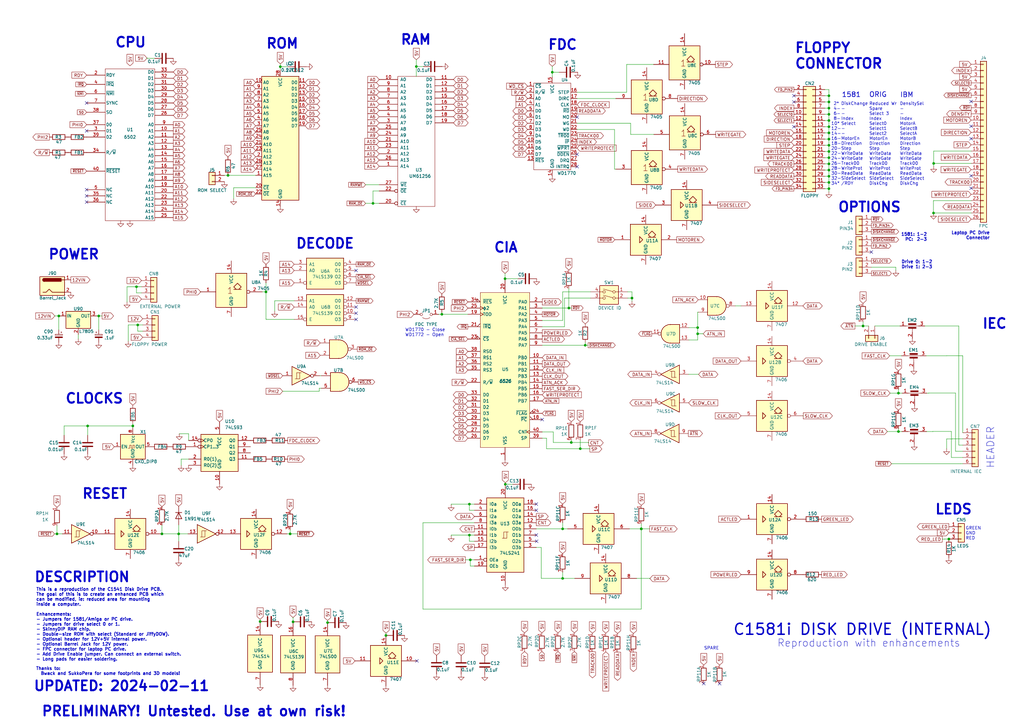
<source format=kicad_sch>
(kicad_sch (version 20230121) (generator eeschema)
  (paper "A3")
  (title_block (title "C1581i Disk Drive PCB") (date "2024-02-08") (company "Steve J. Gray"))
  (junction (at 339.979 54.5084))
  (junction (at 120.1928 255.0414))
  (junction (at 23.368 218.9734))
  (junction (at 339.979 64.6684))
  (junction (at 114.9858 27.3558))
  (junction (at 339.979 69.7484))
  (junction (at 118.999 218.9734))
  (junction (at 66.421 218.9734))
  (junction (at 181.229 128.905))
  (junction (at 339.979 46.8884))
  (junction (at 339.979 72.2884))
  (junction (at 339.979 41.8084))
  (junction (at 263.017 216.916))
  (junction (at 226.5172 29.6164))
  (junction (at 382.9304 67.0306))
  (junction (at 353.9744 133.7056))
  (junction (at 93.5228 71.9328))
  (junction (at 339.979 59.5884))
  (junction (at 40.4876 129.5908))
  (junction (at 339.979 62.1284))
  (junction (at 207.264 198.628))
  (junction (at 73.279 218.9734))
  (junction (at 339.979 39.2684))
  (junction (at 339.979 74.8284))
  (junction (at 286.131 134.366))
  (junction (at 339.979 67.2084))
  (junction (at 56.4896 133.2738))
  (junction (at 368.5032 161.2392))
  (junction (at 109.093 119.7102))
  (junction (at 192.532 206.756))
  (junction (at 339.979 57.0484))
  (junction (at 263.0424 216.916))
  (junction (at 170.7642 27.2796))
  (junction (at 106.68 254.9144))
  (junction (at 158.2928 260.6294))
  (junction (at 339.979 77.3684))
  (junction (at 237.998 184.023))
  (junction (at 240.03 141.605))
  (junction (at 382.8796 87.376))
  (junction (at 339.979 44.3484))
  (junction (at 389.1788 221.0816))
  (junction (at 55.9816 117.602))
  (junction (at 339.979 49.4284))
  (junction (at 192.532 219.456))
  (junction (at 230.759 237.236))
  (junction (at 134.3406 255.3462))
  (junction (at 35.941 174.7012))
  (junction (at 230.759 216.916))
  (junction (at 192.913 229.616))
  (junction (at 368.5032 176.9872))
  (junction (at 207.137 114.3))
  (junction (at 233.3244 126.3396))
  (junction (at 286.131 136.906))
  (junction (at 24.13 129.5908))
  (junction (at 259.207 122.2502))
  (junction (at 234.315 181.483))
  (junction (at 152.9842 83.4136))
  (junction (at 54.483 174.7012))
  (junction (at 339.979 51.9684))
  (no_connect (at 220.091 221.996))
  (no_connect (at 146.05 128.4732))
  (no_connect (at 35.5346 53.6702))
  (no_connect (at 236.6772 48.0314))
  (no_connect (at 146.05 125.9332))
  (no_connect (at 325.628 41.8084))
  (no_connect (at 35.5346 42.2402))
  (no_connect (at 219.964 209.296))
  (no_connect (at 288.6456 280.3652))
  (no_connect (at 398.2974 41.6306))
  (no_connect (at 236.6772 63.2714))
  (no_connect (at 357.378 103.378))
  (no_connect (at 398.2974 77.1906))
  (no_connect (at 35.5346 82.8802))
  (no_connect (at 219.964 206.756))
  (no_connect (at 219.964 219.456))
  (no_connect (at 236.6772 68.3514))
  (no_connect (at 146.05 110.9472))
  (no_connect (at 398.2974 51.7906))
  (no_connect (at 146.05 131.0132))
  (no_connect (at 325.628 39.2684))
  (no_connect (at 222.377 172.085))
  (no_connect (at 295.148 280.3906))
  (no_connect (at 35.5346 80.3402))
  (no_connect (at 398.2974 72.1106))
  (no_connect (at 170.9928 271.0688))
  (no_connect (at 325.628 51.9684))
  (no_connect (at 398.2974 56.8706))
  (no_connect (at 35.5346 77.8002))
  (wire (pts (xy 66.421 218.9734) (xy 73.279 218.9734)))
  (wire (pts (xy 338.328 77.3684) (xy 339.979 77.3684)))
  (wire (pts (xy 109.22 131.0132) (xy 120.65 131.0132)))
  (wire (pts (xy 22.479 129.5908) (xy 24.13 129.5908)))
  (wire (pts (xy 368.5032 175.8442) (xy 368.5032 176.9872)))
  (wire (pts (xy 173.6852 27.2796) (xy 170.7642 27.2796)))
  (wire (pts (xy 192.532 206.756) (xy 194.564 206.756)))
  (wire (pts (xy 181.229 128.905) (xy 181.229 128.143)))
  (wire (pts (xy 382.8796 87.376) (xy 383.032 87.376)))
  (wire (pts (xy 226.949 181.483) (xy 226.949 177.165)))
  (wire (pts (xy 241.427 181.61) (xy 241.3 181.61)))
  (wire (pts (xy 394.843 145.9484) (xy 394.843 177.4698)))
  (wire (pts (xy 56.4896 133.2738) (xy 58.5216 133.2738)))
  (wire (pts (xy 120.1674 253.2888) (xy 120.1928 253.2888)))
  (wire (pts (xy 339.979 54.5084) (xy 339.979 57.0484)))
  (wire (pts (xy 226.949 177.165) (xy 222.377 177.165)))
  (wire (pts (xy 382.8542 82.296) (xy 382.8542 87.376)))
  (wire (pts (xy 286.131 139.446) (xy 286.131 136.906)))
  (wire (pts (xy 234.315 180.594) (xy 234.315 181.483)))
  (wire (pts (xy 23.368 218.9734) (xy 25.527 218.9734)))
  (wire (pts (xy 192.532 219.456) (xy 194.564 219.456)))
  (wire (pts (xy 231.521 122.2502) (xy 242.189 122.2502)))
  (wire (pts (xy 388.239 145.923) (xy 394.7668 145.923)))
  (wire (pts (xy 114.9858 26.2128) (xy 114.9858 27.3558)))
  (wire (pts (xy 106.7054 280.7716) (xy 106.7054 280.7462)))
  (wire (pts (xy 192.532 209.296) (xy 194.564 209.296)))
  (wire (pts (xy 398.2974 61.9506) (xy 382.9304 61.9506)))
  (wire (pts (xy 338.328 49.4284) (xy 339.979 49.4284)))
  (wire (pts (xy 391.8966 185.0898) (xy 394.843 185.0898)))
  (wire (pts (xy 339.979 36.7284) (xy 339.979 39.2684)))
  (wire (pts (xy 339.979 41.8084) (xy 339.979 44.3484)))
  (wire (pts (xy 226.5172 29.6164) (xy 229.3112 29.6164)))
  (wire (pts (xy 339.979 59.5884) (xy 339.979 62.1284)))
  (wire (pts (xy 350.6724 133.7056) (xy 353.9744 133.7056)))
  (wire (pts (xy 263.017 216.916) (xy 263.017 249.809)))
  (wire (pts (xy 286.512 153.543) (xy 282.448 153.543)))
  (wire (pts (xy 236.6772 50.5714) (xy 258.6482 50.5714)))
  (wire (pts (xy 365.0742 161.2392) (xy 368.5032 161.2392)))
  (wire (pts (xy 207.264 198.628) (xy 210.312 198.628)))
  (wire (pts (xy 230.759 234.696) (xy 230.759 237.236)))
  (wire (pts (xy 52.0954 117.602) (xy 55.9816 117.602)))
  (wire (pts (xy 380.9238 161.1884) (xy 391.8966 161.1884)))
  (wire (pts (xy 240.03 141.605) (xy 222.377 141.605)))
  (wire (pts (xy 380.0602 176.9872) (xy 382.6256 176.9872)))
  (wire (pts (xy 233.3244 126.3396) (xy 222.377 126.3396)))
  (wire (pts (xy 118.999 217.1954) (xy 118.999 218.9734)))
  (wire (pts (xy 112.649 123.3932) (xy 120.65 123.3932)))
  (wire (pts (xy 107.569 119.7102) (xy 109.093 119.7102)))
  (wire (pts (xy 192.532 209.296) (xy 192.532 206.756)))
  (wire (pts (xy 387.3754 221.0816) (xy 389.1788 221.0816)))
  (wire (pts (xy 394.081 190.1698) (xy 394.843 190.1698)))
  (wire (pts (xy 339.979 62.1284) (xy 339.979 64.6684)))
  (wire (pts (xy 224.155 184.023) (xy 224.155 179.705)))
  (wire (pts (xy 339.979 72.2884) (xy 339.979 74.8284)))
  (wire (pts (xy 181.229 128.905) (xy 191.897 128.905)))
  (wire (pts (xy 55.9816 120.142) (xy 55.9816 117.602)))
  (wire (pts (xy 252.0442 69.3674) (xy 252.5522 69.3674)))
  (wire (pts (xy 66.421 215.4174) (xy 66.421 218.9734)))
  (wire (pts (xy 77.343 180.6702) (xy 77.343 177.8762)))
  (wire (pts (xy 219.964 224.536) (xy 221.996 224.536)))
  (wire (pts (xy 109.093 119.7102) (xy 109.093 130.8862)))
  (wire (pts (xy 234.315 181.483) (xy 226.949 181.483)))
  (wire (pts (xy 170.7642 24.4856) (xy 170.7642 27.2796)))
  (wire (pts (xy 382.9304 67.0306) (xy 382.9304 68.1736)))
  (wire (pts (xy 259.207 122.2502) (xy 259.207 119.7102)))
  (wire (pts (xy 237.998 184.023) (xy 224.155 184.023)))
  (wire (pts (xy 224.155 179.705) (xy 222.377 179.705)))
  (wire (pts (xy 134.3406 255.3462) (xy 134.3406 255.7018)))
  (wire (pts (xy 173.482 214.376) (xy 173.482 249.809)))
  (wire (pts (xy 106.68 254.9144) (xy 106.68 255.3716)))
  (wire (pts (xy 286.131 134.366) (xy 282.575 134.366)))
  (wire (pts (xy 93.5228 71.9582) (xy 93.5228 71.9328)))
  (wire (pts (xy 60.4266 23.9522) (xy 63.4746 23.9522)))
  (wire (pts (xy 387.3754 221.107) (xy 387.3754 221.0816)))
  (wire (pts (xy 353.9744 132.0546) (xy 353.9744 133.7056)))
  (wire (pts (xy 93.4974 71.9328) (xy 93.5228 71.9328)))
  (wire (pts (xy 339.979 51.9684) (xy 339.979 54.5084)))
  (wire (pts (xy 106.7054 280.7462) (xy 106.7308 280.7462)))
  (wire (pts (xy 338.328 41.8084) (xy 339.979 41.8084)))
  (wire (pts (xy 158.3436 259.6642) (xy 158.2928 259.6642)))
  (wire (pts (xy 60.2996 23.8252) (xy 60.4266 23.8252)))
  (wire (pts (xy 241.3 181.483) (xy 234.315 181.483)))
  (wire (pts (xy 263.0424 216.916) (xy 266.446 216.916)))
  (wire (pts (xy 383.0066 82.296) (xy 382.8542 82.296)))
  (wire (pts (xy 106.68 254) (xy 106.68 254.9144)))
  (wire (pts (xy 230.759 131.445) (xy 222.377 131.445)))
  (wire (pts (xy 390.525 180.0098) (xy 394.843 180.0098)))
  (wire (pts (xy 241.173 141.605) (xy 240.03 141.605)))
  (wire (pts (xy 173.482 249.809) (xy 263.017 249.809)))
  (wire (pts (xy 241.935 184.15) (xy 241.935 184.023)))
  (wire (pts (xy 40.4876 129.5908) (xy 41.8592 129.5908)))
  (wire (pts (xy 339.979 49.4284) (xy 339.979 51.9684)))
  (wire (pts (xy 258.6482 55.1434) (xy 258.6482 50.5714)))
  (wire (pts (xy 266.5222 237.236) (xy 261.112 237.236)))
  (wire (pts (xy 241.3 181.61) (xy 241.3 181.483)))
  (wire (pts (xy 383.0066 82.2706) (xy 398.2974 82.2706)))
  (wire (pts (xy 394.7668 145.923) (xy 394.7668 145.9484)))
  (wire (pts (xy 339.979 57.0484) (xy 339.979 59.5884)))
  (wire (pts (xy 122.047 218.9734) (xy 118.999 218.9734)))
  (wire (pts (xy 234.4166 126.3396) (xy 233.3244 126.3396)))
  (wire (pts (xy 259.207 119.7102) (xy 257.429 119.7102)))
  (wire (pts (xy 338.328 46.8884) (xy 339.979 46.8884)))
  (wire (pts (xy 353.9744 133.7056) (xy 356.2604 133.7056)))
  (wire (pts (xy 266.5222 237.2868) (xy 266.5222 237.236)))
  (wire (pts (xy 54.483 173.8122) (xy 54.483 174.7012)))
  (wire (pts (xy 114.9858 27.3558) (xy 118.0338 27.3558)))
  (wire (pts (xy 66.167 218.9734) (xy 66.421 218.9734)))
  (wire (pts (xy 339.979 77.3684) (xy 339.979 78.6384)))
  (wire (pts (xy 134.3406 254.4826) (xy 134.3406 255.3462)))
  (wire (pts (xy 120.1928 253.2888) (xy 120.1928 255.0414)))
  (wire (pts (xy 339.979 67.2084) (xy 339.979 69.7484)))
  (wire (pts (xy 368.5032 159.7152) (xy 368.5032 161.2392)))
  (wire (pts (xy 74.295 188.2902) (xy 77.343 188.2902)))
  (wire (pts (xy 207.137 114.3) (xy 212.471 114.3)))
  (wire (pts (xy 394.7668 145.9484) (xy 394.843 145.9484)))
  (wire (pts (xy 380.9238 161.2392) (xy 380.9238 161.1884)))
  (wire (pts (xy 390.2202 187.6298) (xy 394.843 187.6298)))
  (wire (pts (xy 152.9842 83.4136) (xy 152.9842 78.3336)))
  (wire (pts (xy 39.751 129.5908) (xy 40.4876 129.5908)))
  (wire (pts (xy 118.999 218.9734) (xy 117.729 218.9734)))
  (wire (pts (xy 258.6482 55.1434) (xy 268.1732 55.1434)))
  (wire (pts (xy 364.8964 145.9484) (xy 369.7224 145.9484)))
  (wire (pts (xy 130.937 159.2072) (xy 130.937 160.4772)))
  (wire (pts (xy 236.6772 55.6514) (xy 236.8042 55.6514)))
  (wire (pts (xy 24.13 129.5908) (xy 24.13 135.2804)))
  (wire (pts (xy 58.5216 135.8138) (xy 56.4896 135.8138)))
  (wire (pts (xy 95.8088 77.0128) (xy 95.8088 81.4578)))
  (wire (pts (xy 338.328 74.8284) (xy 339.979 74.8284)))
  (wire (pts (xy 338.328 62.1284) (xy 339.979 62.1284)))
  (wire (pts (xy 32.131 137.2108) (xy 32.131 138.938)))
  (wire (pts (xy 54.483 174.7012) (xy 35.941 174.7012)))
  (wire (pts (xy 368.5032 161.2392) (xy 370.0272 161.2392)))
  (wire (pts (xy 40.4876 129.5908) (xy 40.4876 135.2804)))
  (wire (pts (xy 192.532 221.996) (xy 194.564 221.996)))
  (wire (pts (xy 152.9842 78.3336) (xy 155.5242 78.3336)))
  (wire (pts (xy 230.759 119.7102) (xy 242.189 119.7102)))
  (wire (pts (xy 329.311 170.561) (xy 329.438 170.561)))
  (wire (pts (xy 252.0442 69.3674) (xy 252.0442 53.1114)))
  (wire (pts (xy 207.264 197.993) (xy 207.264 198.628)))
  (wire (pts (xy 207.137 114.3) (xy 207.137 114.935)))
  (wire (pts (xy 149.9362 75.7936) (xy 155.5242 75.7936)))
  (wire (pts (xy 231.521 122.2502) (xy 231.521 133.985)))
  (wire (pts (xy 382.6256 176.9618) (xy 390.2202 176.9618)))
  (wire (pts (xy 192.532 219.456) (xy 185.039 219.456)))
  (wire (pts (xy 382.8542 87.376) (xy 382.8796 87.376)))
  (wire (pts (xy 259.207 122.2502) (xy 259.207 123.5202)))
  (wire (pts (xy 226.5172 29.6164) (xy 226.5172 31.5214)))
  (wire (pts (xy 149.9362 83.4136) (xy 152.9842 83.4136)))
  (wire (pts (xy 257.429 122.2502) (xy 259.207 122.2502)))
  (wire (pts (xy 382.9304 67.0306) (xy 398.2974 67.0306)))
  (wire (pts (xy 394.081 190.1952) (xy 394.081 190.1698)))
  (wire (pts (xy 286.131 136.906) (xy 288.417 136.906)))
  (wire (pts (xy 222.377 126.3396) (xy 222.377 126.365)))
  (wire (pts (xy 219.964 216.916) (xy 230.759 216.916)))
  (wire (pts (xy 93.5228 71.9328) (xy 104.8258 71.9328)))
  (wire (pts (xy 363.9312 176.9872) (xy 368.5032 176.9872)))
  (wire (pts (xy 367.4364 109.5756) (xy 357.4288 109.5756)))
  (wire (pts (xy 82.296 119.7102) (xy 82.169 119.7102)))
  (wire (pts (xy 258.191 216.916) (xy 263.017 216.916)))
  (wire (pts (xy 106.68 280.7716) (xy 106.7054 280.7716)))
  (wire (pts (xy 52.6034 133.2738) (xy 56.4896 133.2738)))
  (wire (pts (xy 52.6034 139.8778) (xy 52.6034 133.2738)))
  (wire (pts (xy 73.279 218.9734) (xy 73.279 222.0214)))
  (wire (pts (xy 131.699 159.2072) (xy 130.937 159.2072)))
  (wire (pts (xy 266.5222 237.2868) (xy 266.5476 237.2868)))
  (wire (pts (xy 338.328 69.7484) (xy 339.979 69.7484)))
  (wire (pts (xy 240.03 140.462) (xy 240.03 141.605)))
  (wire (pts (xy 380.9238 161.2392) (xy 380.1872 161.2392)))
  (wire (pts (xy 256.9972 26.4414) (xy 268.0462 26.4414)))
  (wire (pts (xy 56.4896 135.8138) (xy 56.4896 133.2738)))
  (wire (pts (xy 158.2928 259.6642) (xy 158.2928 260.6294)))
  (wire (pts (xy 286.131 136.906) (xy 286.131 134.366)))
  (wire (pts (xy 185.039 206.756) (xy 185.039 207.01)))
  (wire (pts (xy 73.279 215.2904) (xy 73.279 218.9734)))
  (wire (pts (xy 382.6256 176.9618) (xy 382.6256 176.9872)))
  (wire (pts (xy 338.328 36.7284) (xy 339.979 36.7284)))
  (wire (pts (xy 339.979 69.7484) (xy 339.979 72.2884)))
  (wire (pts (xy 114.9858 27.3558) (xy 114.9858 28.7528)))
  (wire (pts (xy 131.191 154.1272) (xy 131.699 154.1272)))
  (wire (pts (xy 231.521 133.985) (xy 222.377 133.985)))
  (wire (pts (xy 382.9304 61.9506) (xy 382.9304 67.0306)))
  (wire (pts (xy 112.649 127.5842) (xy 112.649 123.3932)))
  (wire (pts (xy 115.951 160.4772) (xy 130.937 160.4772)))
  (wire (pts (xy 383.032 87.376) (xy 383.032 87.3506)))
  (wire (pts (xy 207.264 198.628) (xy 207.264 199.136)))
  (wire (pts (xy 155.5242 83.4136) (xy 152.9842 83.4136)))
  (wire (pts (xy 339.979 74.8284) (xy 339.979 77.3684)))
  (wire (pts (xy 109.22 130.8862) (xy 109.22 131.0132)))
  (wire (pts (xy 233.3244 118.364) (xy 233.3244 126.3396)))
  (wire (pts (xy 388.239 145.923) (xy 388.239 145.9484)))
  (wire (pts (xy 263.0424 214.884) (xy 263.0424 216.916)))
  (wire (pts (xy 52.0954 123.8504) (xy 52.0954 117.602)))
  (wire (pts (xy 230.759 216.916) (xy 232.791 216.916)))
  (wire (pts (xy 237.998 180.594) (xy 237.998 184.023)))
  (wire (pts (xy 256.9972 37.8714) (xy 256.9972 26.4414)))
  (wire (pts (xy 54.483 174.7012) (xy 54.483 175.5902)))
  (wire (pts (xy 35.941 174.7012) (xy 26.289 174.7012)))
  (wire (pts (xy 190.881 229.616) (xy 192.913 229.616)))
  (wire (pts (xy 192.913 232.156) (xy 192.913 229.616)))
  (wire (pts (xy 383.0066 82.296) (xy 383.0066 82.2706)))
  (wire (pts (xy 73.279 218.9734) (xy 77.089 218.9734)))
  (wire (pts (xy 26.289 174.7012) (xy 26.289 178.5112)))
  (wire (pts (xy 58.0136 120.142) (xy 55.9816 120.142)))
  (wire (pts (xy 109.093 116.0272) (xy 109.093 119.7102)))
  (wire (pts (xy 282.575 139.446) (xy 286.131 139.446)))
  (wire (pts (xy 179.9082 128.9558) (xy 181.229 128.9558)))
  (wire (pts (xy 263.017 216.916) (xy 263.0424 216.916)))
  (wire (pts (xy 192.913 229.616) (xy 194.564 229.616)))
  (wire (pts (xy 383.032 87.3506) (xy 398.2974 87.3506)))
  (wire (pts (xy 185.039 219.456) (xy 185.039 219.71)))
  (wire (pts (xy 338.328 54.5084) (xy 339.979 54.5084)))
  (wire (pts (xy 77.343 177.8762) (xy 73.533 177.8762)))
  (wire (pts (xy 230.759 214.376) (xy 230.759 216.916)))
  (wire (pts (xy 194.564 214.376) (xy 173.482 214.376)))
  (wire (pts (xy 236.6772 37.8714) (xy 256.9972 37.8714)))
  (wire (pts (xy 22.352 218.9734) (xy 23.368 218.9734)))
  (wire (pts (xy 391.8966 161.1884) (xy 391.8966 185.0898)))
  (wire (pts (xy 339.979 46.8884) (xy 339.979 49.4284)))
  (wire (pts (xy 236.6772 53.1114) (xy 252.0442 53.1114)))
  (wire (pts (xy 358.8004 133.7056) (xy 369.1382 133.7056)))
  (wire (pts (xy 339.979 44.3484) (xy 339.979 46.8884)))
  (wire (pts (xy 388.239 180.0352) (xy 388.239 183.9722)))
  (wire (pts (xy 338.328 57.0484) (xy 339.979 57.0484)))
  (wire (pts (xy 74.295 190.8302) (xy 74.295 188.2902)))
  (wire (pts (xy 393.2682 133.7056) (xy 393.2682 182.5498)))
  (wire (pts (xy 390.525 180.0352) (xy 390.525 180.0098)))
  (wire (pts (xy 338.328 44.3484) (xy 339.979 44.3484)))
  (wire (pts (xy 286.131 128.016) (xy 286.385 128.016)))
  (wire (pts (xy 221.996 224.536) (xy 221.996 237.236)))
  (wire (pts (xy 104.8258 77.0128) (xy 95.8088 77.0128)))
  (wire (pts (xy 386.461 221.107) (xy 387.3754 221.107)))
  (wire (pts (xy 192.532 206.756) (xy 185.039 206.756)))
  (wire (pts (xy 339.979 64.6684) (xy 339.979 67.2084)))
  (wire (pts (xy 379.2982 133.7056) (xy 393.2682 133.7056)))
  (wire (pts (xy 338.328 64.6684) (xy 339.979 64.6684)))
  (wire (pts (xy 230.759 237.236) (xy 235.712 237.236)))
  (wire (pts (xy 109.093 130.8862) (xy 109.22 130.8862)))
  (wire (pts (xy 241.935 184.023) (xy 237.998 184.023)))
  (wire (pts (xy 338.328 59.5884) (xy 339.979 59.5884)))
  (wire (pts (xy 24.13 129.5908) (xy 24.511 129.5908)))
  (wire (pts (xy 365.6584 190.1952) (xy 394.081 190.1952)))
  (wire (pts (xy 158.2928 260.6294) (xy 158.2928 260.9088)))
  (wire (pts (xy 207.137 112.141) (xy 207.137 114.3)))
  (wire (pts (xy 181.229 128.9558) (xy 181.229 128.905)))
  (wire (pts (xy 286.131 134.366) (xy 286.131 128.016)))
  (wire (pts (xy 92.0496 71.9582) (xy 93.5228 71.9582)))
  (wire (pts (xy 367.4364 110.8202) (xy 367.4364 109.5756)))
  (wire (pts (xy 338.328 67.2084) (xy 339.979 67.2084)))
  (wire (pts (xy 23.368 215.6714) (xy 23.368 218.9734)))
  (wire (pts (xy 368.5032 176.9872) (xy 369.9002 176.9872)))
  (wire (pts (xy 393.2682 182.5498) (xy 394.843 182.5498)))
  (wire (pts (xy 230.759 119.7102) (xy 230.759 131.445)))
  (wire (pts (xy 120.1928 255.0414) (xy 120.1928 255.6764)))
  (wire (pts (xy 194.564 232.156) (xy 192.913 232.156)))
  (wire (pts (xy 170.7642 27.2796) (xy 170.7642 31.3436)))
  (wire (pts (xy 338.328 72.2884) (xy 339.979 72.2884)))
  (wire (pts (xy 338.328 39.2684) (xy 339.979 39.2684)))
  (wire (pts (xy 226.5172 27.2034) (xy 226.5172 29.6164)))
  (wire (pts (xy 192.532 221.996) (xy 192.532 219.456)))
  (wire (pts (xy 236.6772 40.4114) (xy 252.5522 40.4114)))
  (wire (pts (xy 388.239 180.0352) (xy 390.525 180.0352)))
  (wire (pts (xy 35.941 174.7012) (xy 35.941 178.5112)))
  (wire (pts (xy 388.239 145.9484) (xy 379.8824 145.9484)))
  (wire (pts (xy 55.9816 117.602) (xy 58.0136 117.602)))
  (wire (pts (xy 60.4266 23.8252) (xy 60.4266 23.9522)))
  (wire (pts (xy 221.996 237.236) (xy 230.759 237.236)))
  (wire (pts (xy 301.625 125.476) (xy 303.911 125.476)))
  (wire (pts (xy 339.979 39.2684) (xy 339.979 41.8084)))
  (wire (pts (xy 338.328 51.9684) (xy 339.979 51.9684)))
  (wire (pts (xy 390.2202 176.9618) (xy 390.2202 187.6298)))
  (text "DECODE" (at 121.0818 102.3874 0) (effects (font (size 4 4) (thickness 0.8) bold) (justify left bottom)))
  (text "UPDATED: 2024-02-11" (at 13.5382 283.8704 0) (effects (font (size 4 4) (thickness 0.8) bold) (justify left bottom)))
  (text "ORIG" (at 356.4128 40.1066 0) (effects (font (size 2 2) (thickness 0.254) bold) (justify left bottom)))
  (text "Drive 0: 1-2\nDrive 1: 2-3" (at 382.4478 110.3376 0) (effects (font (size 1.27 1.27) bold) (justify right bottom)))
  (text "Reduced Wr\nSpare\nSelect 3\nIndex\nSelect0\nSelect1\nSelect2\nMotorEn\nDirection\nStep\nWriteData\nWriteGate\nTrack00\nWriteProt\nReadData\nSideSelect\nDiskChg\n" (at 356.4636 76.1238 0) (effects (font (size 1.27 1.27)) (justify left bottom)))
  (text " 2*\n 4-\n 6-\n 8-\n10*\n12-\n14-\n16-\n18-\n20-\n22-\n24-\n26-\n28-\n30-\n32-\n34*\n" (at 340.868 76.0984 0) (effects (font (size 1.27 1.27)) (justify left bottom)))
  (text "DiskChange\n-\n-\nIndex\nSelect\n-\n-\nMotorEn\nDirection\nStep\nWriteData\nWriteGate\nTrack00\nWriteProt\nReadData\nSideSelect\n/RDY\n" (at 344.932 76.0984 0) (effects (font (size 1.27 1.27)) (justify left bottom)))
  (text "CLOCKS" (at 26.543 165.9382 0) (effects (font (size 4 4) (thickness 0.8) bold) (justify left bottom)))
  (text "POWER" (at 19.558 106.8324 0) (effects (font (size 4 4) (thickness 0.8) bold) (justify left bottom)))
  (text "ROM" (at 108.8898 20.3708 0) (effects (font (size 4 4) (thickness 0.8) bold) (justify left bottom)))
  (text "HEADER" (at 408.0256 192.2526 90) (effects (font (size 3 3)) (justify left bottom)))
  (text "CIA" (at 202.311 104.013 0) (effects (font (size 4 4) (thickness 0.8) bold) (justify left bottom)))
  (text "Laptop PC Drive\nConnector" (at 406.019 98.425 0) (effects (font (size 1.27 1.27) bold) (justify right bottom)))
  (text "LEDS" (at 383.2352 211.4042 0) (effects (font (size 4 4) (thickness 0.8) bold) (justify left bottom)))
  (text "RESET" (at 33.401 205.0034 0) (effects (font (size 4 4) (thickness 0.8) bold) (justify left bottom)))
  (text "DensitySel\n-\n-\nIndex\nMotorA\nSelectB\nSelectA\nMotorB\nDirection\nStep\nWriteData\nWriteGate\nTrack00\nWriteProt\nReadData\nSideSelect\nDiskChg\n" (at 369.0112 76.1238 0) (effects (font (size 1.27 1.27)) (justify left bottom)))
  (text "RAM" (at 164.0332 18.7706 0) (effects (font (size 4 4) (thickness 0.8) bold) (justify left bottom)))
  (text "This is a reproduction of the C1541 Disk Drive PCB.\nThe goal of this is to create an enhanced PCB which\ncan be modified, ie: reduced area for mounting \ninside a computer.\n\nEnhancements:\n- Jumpers for 1581/Amiga or PC drive.\n- Jumpers for drive select 0 or 1.\n- SkinnyDIP RAM chip.\n- Double-size ROM with select (Standard or JiffyDOW).\n- Optional header for 12V+5V internal power.\n- Optional Barrel Jack for 12V power.\n- FPC connector for laptop PC drive.\n- Add Drive Enable jumper. Can connect an external switch.\n- Long pads for easier soldering.\n" (at 14.7828 271.2466 0) (effects (font (size 1.27 1.27) bold) (justify left bottom)))
  (text "FLOPPY\nCONNECTOR" (at 325.755 28.6004 0) (effects (font (size 4 4) (thickness 0.8) bold) (justify left bottom)))
  (text "1581" (at 345.186 40.1574 0) (effects (font (size 2 2) (thickness 0.254) bold) (justify left bottom)))
  (text "IBM" (at 369.1382 40.2082 0) (effects (font (size 2 2) (thickness 0.254) bold) (justify left bottom)))
  (text "C1581i DISK DRIVE (INTERNAL)" (at 300.482 260.9596 0) (effects (font (size 4.5 4.5) (thickness 0.6) bold) (justify left bottom)))
  (text "CPU" (at 46.9646 19.8882 0) (effects (font (size 4 4) (thickness 0.8) bold) (justify left bottom)))
  (text "PRELIMINARY! Untested. Use at own risk!" (at 16.8148 294.2082 0) (effects (font (size 4 4) (thickness 0.8) bold) (justify left bottom)))
  (text "Thanks to:\n  Bwack and SukkoPera for some footprints and 3D models!\n" (at 14.6812 277.1394 0) (effects (font (size 1.27 1.27) bold) (justify left bottom)))
  (text "1581: 1-2\nPC:	2-3" (at 380.2634 99.06 0) (effects (font (size 1.27 1.27) bold) (justify right bottom)))
  (text "DESCRIPTION" (at 13.8176 239.1664 0) (effects (font (size 4 4) (thickness 0.8) bold) (justify left bottom)))
  (text "OPTIONS" (at 343.4334 87.4522 0) (effects (font (size 4 4) (thickness 0.8) bold) (justify left bottom)))
  (text "GREEN\nGND\nRED" (at 396.0368 221.5896 0) (effects (font (size 1.27 1.27)) (justify left bottom)))
  (text "SPARE" (at 288.7218 266.7 0) (effects (font (size 1.27 1.27)) (justify left bottom)))
  (text "FDC" (at 224.4852 20.8534 0) (effects (font (size 4 4) (thickness 0.8) bold) (justify left bottom)))
  (text "Reproduction with enhancements" (at 318.7192 265.6586 0) (effects (font (size 3 3)) (justify left bottom)))
  (text "WD1770 - Close\nWD1772 - Open" (at 166.1414 138.2014 0) (effects (font (size 1.27 1.27)) (justify left bottom)))
  (text "IEC" (at 402.6154 135.255 0) (effects (font (size 4 4) (thickness 0.8) bold) (justify left bottom)))
  (global_label "~{FLAG}" (shape output) (at 267.335 136.906 180) (effects (font (size 1 1))) (property "Intersheetrefs" "${INTERSHEET_REFS}" (effects hide)))
  (global_label "5V" (shape input) (at 118.999 209.5754 90) (property "Intersheetrefs" "${INTERSHEET_REFS}" (effects hide)))
  (global_label "DIRECTION" (shape input) (at 398.2974 54.3306 180) (property "Intersheetrefs" "${INTERSHEET_REFS}" (effects hide)))
  (global_label "S0" (shape input) (at 35.5346 46.0502 180) (effects (font (size 1 1))) (property "Intersheetrefs" "${INTERSHEET_REFS}" (effects hide)))
  (global_label "D1" (shape bidirectional) (at 191.897 164.465 180) (property "Intersheetrefs" "${INTERSHEET_REFS}" (effects hide)))
  (global_label "A8" (shape output) (at 71.0946 71.4502 0) (property "Intersheetrefs" "${INTERSHEET_REFS}" (effects hide)))
  (global_label "5V" (shape input) (at 90.043 173.0502 90) (property "Intersheetrefs" "${INTERSHEET_REFS}" (effects hide)))
  (global_label "5V" (shape input) (at 237.998 172.974 90) (property "Intersheetrefs" "${INTERSHEET_REFS}" (effects hide)))
  (global_label "TRACK00" (shape output) (at 243.0018 267.335 270) (property "Intersheetrefs" "${INTERSHEET_REFS}" (effects hide)))
  (global_label "R{slash}~{W}" (shape input) (at 120.65 125.9332 180) (property "Intersheetrefs" "${INTERSHEET_REFS}" (effects hide)))
  (global_label "~{MOTOR}" (shape input) (at 252.1712 98.3234 180) (effects (font (size 1 1))) (property "Intersheetrefs" "${INTERSHEET_REFS}" (effects hide)))
  (global_label "WRITEDATA" (shape input) (at 398.2974 64.4906 180) (property "Intersheetrefs" "${INTERSHEET_REFS}" (effects hide)))
  (global_label "D4" (shape bidirectional) (at 186.0042 42.7736 0) (property "Intersheetrefs" "${INTERSHEET_REFS}" (effects hide)))
  (global_label "5V" (shape input) (at 114.9858 26.2128 90) (property "Intersheetrefs" "${INTERSHEET_REFS}" (effects hide)))
  (global_label "SIDESELECT" (shape input) (at 398.2974 89.8906 180) (property "Intersheetrefs" "${INTERSHEET_REFS}" (effects hide)))
  (global_label "D6" (shape bidirectional) (at 191.897 177.165 180) (property "Intersheetrefs" "${INTERSHEET_REFS}" (effects hide)))
  (global_label "A4" (shape input) (at 155.5242 42.7736 180) (property "Intersheetrefs" "${INTERSHEET_REFS}" (effects hide)))
  (global_label "GREEN_LED" (shape output) (at 336.9564 212.9282 0) (property "Intersheetrefs" "${INTERSHEET_REFS}" (effects hide)))
  (global_label "CNT" (shape output) (at 219.964 214.376 0) (property "Intersheetrefs" "${INTERSHEET_REFS}" (effects hide)))
  (global_label "5V" (shape input) (at 23.368 208.0514 90) (property "Intersheetrefs" "${INTERSHEET_REFS}" (effects hide)))
  (global_label "RED_LED" (shape output) (at 336.9564 235.6612 0) (property "Intersheetrefs" "${INTERSHEET_REFS}" (effects hide)))
  (global_label "D0" (shape bidirectional) (at 71.0946 29.5402 0) (property "Intersheetrefs" "${INTERSHEET_REFS}" (effects hide)))
  (global_label "~{WD_CS}" (shape input) (at 216.3572 35.3314 180) (property "Intersheetrefs" "${INTERSHEET_REFS}" (effects hide)))
  (global_label "A10" (shape input) (at 155.5242 58.0136 180) (property "Intersheetrefs" "${INTERSHEET_REFS}" (effects hide)))
  (global_label "INDEX" (shape output) (at 398.2974 28.9306 180) (property "Intersheetrefs" "${INTERSHEET_REFS}" (effects hide)))
  (global_label "CLK_IN" (shape input) (at 222.377 151.765 0) (property "Intersheetrefs" "${INTERSHEET_REFS}" (effects hide)))
  (global_label "D5" (shape bidirectional) (at 186.0042 45.3136 0) (property "Intersheetrefs" "${INTERSHEET_REFS}" (effects hide)))
  (global_label "GREEN_LED" (shape output) (at 389.1788 216.0016 180) (property "Intersheetrefs" "${INTERSHEET_REFS}" (effects hide)))
  (global_label "12V" (shape input) (at 58.0136 115.062 180) (property "Intersheetrefs" "${INTERSHEET_REFS}" (effects hide)))
  (global_label "~{IRQ}" (shape input) (at 228.854 267.208 270) (effects (font (size 1 1))) (property "Intersheetrefs" "${INTERSHEET_REFS}" (effects hide)))
  (global_label "~{RAMWE}" (shape output) (at 146.05 123.3932 0) (effects (font (size 1 1))) (property "Intersheetrefs" "${INTERSHEET_REFS}" (effects hide)))
  (global_label "D3" (shape bidirectional) (at 186.0042 40.2336 0) (property "Intersheetrefs" "${INTERSHEET_REFS}" (effects hide)))
  (global_label "D5" (shape bidirectional) (at 216.3572 58.1914 180) (property "Intersheetrefs" "${INTERSHEET_REFS}" (effects hide)))
  (global_label "~{RESET}" (shape input) (at 365.6584 190.1952 180) (effects (font (size 1 1))) (property "Intersheetrefs" "${INTERSHEET_REFS}" (effects hide)))
  (global_label "PHI0" (shape input) (at 82.296 119.7102 180) (property "Intersheetrefs" "${INTERSHEET_REFS}" (effects hide)))
  (global_label "A3" (shape input) (at 104.8258 41.4528 180) (property "Intersheetrefs" "${INTERSHEET_REFS}" (effects hide)))
  (global_label "A9" (shape input) (at 155.5242 55.4736 180) (property "Intersheetrefs" "${INTERSHEET_REFS}" (effects hide)))
  (global_label "D7" (shape bidirectional) (at 191.897 179.705 180) (property "Intersheetrefs" "${INTERSHEET_REFS}" (effects hide)))
  (global_label "A3" (shape output) (at 71.0946 58.7502 0) (property "Intersheetrefs" "${INTERSHEET_REFS}" (effects hide)))
  (global_label "PHI2" (shape input) (at 115.951 160.4772 180) (property "Intersheetrefs" "${INTERSHEET_REFS}" (effects hide)))
  (global_label "A9" (shape input) (at 104.8258 56.6928 180) (property "Intersheetrefs" "${INTERSHEET_REFS}" (effects hide)))
  (global_label "5V" (shape input) (at 109.093 108.4072 90) (property "Intersheetrefs" "${INTERSHEET_REFS}" (effects hide)))
  (global_label "INDEX" (shape output) (at 259.7912 267.462 270) (property "Intersheetrefs" "${INTERSHEET_REFS}" (effects hide)))
  (global_label "5V" (shape input) (at 353.9744 124.4346 90) (property "Intersheetrefs" "${INTERSHEET_REFS}" (effects hide)))
  (global_label "A7" (shape input) (at 104.8258 51.6128 180) (property "Intersheetrefs" "${INTERSHEET_REFS}" (effects hide)))
  (global_label "D7" (shape bidirectional) (at 216.3572 63.2714 180) (property "Intersheetrefs" "${INTERSHEET_REFS}" (effects hide)))
  (global_label "~{RDY}" (shape output) (at 234.4166 126.3396 0) (effects (font (size 1 1))) (property "Intersheetrefs" "${INTERSHEET_REFS}" (effects hide)))
  (global_label "5V" (shape input) (at 93.4974 64.3128 90) (property "Intersheetrefs" "${INTERSHEET_REFS}" (effects hide)))
  (global_label "SELECT0" (shape output) (at 357.4288 107.0356 0) (effects (font (size 1 1))) (property "Intersheetrefs" "${INTERSHEET_REFS}" (effects hide)))
  (global_label "A13" (shape input) (at 155.5242 65.6336 180) (property "Intersheetrefs" "${INTERSHEET_REFS}" (effects hide)))
  (global_label "A3" (shape input) (at 191.897 151.765 180) (property "Intersheetrefs" "${INTERSHEET_REFS}" (effects hide)))
  (global_label "FD_PIN34" (shape output) (at 357.4034 92.456 0) (effects (font (size 1 1))) (property "Intersheetrefs" "${INTERSHEET_REFS}" (effects hide)))
  (global_label "5V" (shape input) (at 253.2888 259.842 90) (property "Intersheetrefs" "${INTERSHEET_REFS}" (effects hide)))
  (global_label "D7" (shape bidirectional) (at 125.1458 51.6128 0) (effects (font italic)) (property "Intersheetrefs" "${INTERSHEET_REFS}" (effects hide)))
  (global_label "5V" (shape input) (at 234.315 172.974 90) (property "Intersheetrefs" "${INTERSHEET_REFS}" (effects hide)))
  (global_label "READDATA" (shape output) (at 236.6772 45.4914 0) (property "Intersheetrefs" "${INTERSHEET_REFS}" (effects hide)))
  (global_label "DATA" (shape bidirectional) (at 329.311 148.082 0) (property "Intersheetrefs" "${INTERSHEET_REFS}" (effects hide)))
  (global_label "5V" (shape input) (at 230.759 206.756 90) (property "Intersheetrefs" "${INTERSHEET_REFS}" (effects hide)))
  (global_label "A8" (shape input) (at 104.8258 54.1528 180) (property "Intersheetrefs" "${INTERSHEET_REFS}" (effects hide)))
  (global_label "TRACK00" (shape output) (at 398.2974 74.6506 180) (property "Intersheetrefs" "${INTERSHEET_REFS}" (effects hide)))
  (global_label "5V" (shape output) (at 41.8592 129.5908 0) (property "Intersheetrefs" "${INTERSHEET_REFS}" (effects hide)))
  (global_label "5V" (shape input) (at 263.0424 207.264 90) (property "Intersheetrefs" "${INTERSHEET_REFS}" (effects hide)))
  (global_label "5V" (shape input) (at 53.3146 27.0002 90) (property "Intersheetrefs" "${INTERSHEET_REFS}" (effects hide)))
  (global_label "D2" (shape bidirectional) (at 186.0042 37.6936 0) (property "Intersheetrefs" "${INTERSHEET_REFS}" (effects hide)))
  (global_label "DATA" (shape bidirectional) (at 194.564 211.836 180) (property "Intersheetrefs" "${INTERSHEET_REFS}" (effects hide)))
  (global_label "D7" (shape bidirectional) (at 71.0946 47.3202 0) (property "Intersheetrefs" "${INTERSHEET_REFS}" (effects hide)))
  (global_label "DATA" (shape bidirectional) (at 266.5476 237.2868 0) (property "Intersheetrefs" "${INTERSHEET_REFS}" (effects hide)))
  (global_label "~{CIA_SEL}" (shape output) (at 146.05 113.4872 0) (effects (font (size 1 1))) (property "Intersheetrefs" "${INTERSHEET_REFS}" (effects hide)))
  (global_label "POWERLED" (shape output) (at 222.377 136.525 0) (property "Intersheetrefs" "${INTERSHEET_REFS}" (effects hide)))
  (global_label "CLK_OUT" (shape input) (at 303.911 170.561 180) (property "Intersheetrefs" "${INTERSHEET_REFS}" (effects hide)))
  (global_label "DENSITY" (shape output) (at 398.2974 46.7106 180) (property "Intersheetrefs" "${INTERSHEET_REFS}" (effects hide)))
  (global_label "A9" (shape output) (at 71.0946 73.9902 0) (property "Intersheetrefs" "${INTERSHEET_REFS}" (effects hide)))
  (global_label "5V" (shape input) (at 198.8312 268.986 90) (property "Intersheetrefs" "${INTERSHEET_REFS}" (effects hide)))
  (global_label "SELECT0" (shape output) (at 325.628 46.8884 180) (effects (font (size 1 1))) (property "Intersheetrefs" "${INTERSHEET_REFS}" (effects hide)))
  (global_label "A12" (shape input) (at 104.8258 64.3128 180) (property "Intersheetrefs" "${INTERSHEET_REFS}" (effects hide)))
  (global_label "FD_PIN2" (shape output) (at 357.4034 100.838 0) (effects (font (size 1 1))) (property "Intersheetrefs" "${INTERSHEET_REFS}" (effects hide)))
  (global_label "A4" (shape output) (at 71.0946 61.2902 0) (property "Intersheetrefs" "${INTERSHEET_REFS}" (effects hide)))
  (global_label "A5" (shape input) (at 155.5242 45.3136 180) (property "Intersheetrefs" "${INTERSHEET_REFS}" (effects hide)))
  (global_label "A11" (shape output) (at 71.0946 79.0702 0) (property "Intersheetrefs" "${INTERSHEET_REFS}" (effects hide)))
  (global_label "A0" (shape input) (at 104.8258 33.8328 180) (property "Intersheetrefs" "${INTERSHEET_REFS}" (effects hide)))
  (global_label "~{WDSEL}" (shape output) (at 146.05 116.0272 0) (effects (font (size 1 1))) (property "Intersheetrefs" "${INTERSHEET_REFS}" (effects hide)))
  (global_label "A3" (shape input) (at 155.5242 40.2336 180) (property "Intersheetrefs" "${INTERSHEET_REFS}" (effects hide)))
  (global_label "DATA_IN" (shape input) (at 222.377 146.685 0) (property "Intersheetrefs" "${INTERSHEET_REFS}" (effects hide)))
  (global_label "5V" (shape input) (at 295.148 272.7706 90) (property "Intersheetrefs" "${INTERSHEET_REFS}" (effects hide)))
  (global_label "5V" (shape input) (at 368.5032 168.2242 90) (property "Intersheetrefs" "${INTERSHEET_REFS}" (effects hide)))
  (global_label "D3" (shape bidirectional) (at 191.897 169.545 180) (property "Intersheetrefs" "${INTERSHEET_REFS}" (effects hide)))
  (global_label "ATN_IN" (shape input) (at 222.377 164.465 0) (effects (font (size 1 1))) (property "Intersheetrefs" "${INTERSHEET_REFS}" (effects hide)))
  (global_label "A6" (shape input) (at 155.5242 47.8536 180) (property "Intersheetrefs" "${INTERSHEET_REFS}" (effects hide)))
  (global_label "A6" (shape input) (at 104.8258 49.0728 180) (property "Intersheetrefs" "${INTERSHEET_REFS}" (effects hide)))
  (global_label "A12" (shape output) (at 71.0946 81.6102 0) (property "Intersheetrefs" "${INTERSHEET_REFS}" (effects hide)))
  (global_label "~{RESET}" (shape input) (at 22.352 218.9734 180) (effects (font (size 1 1))) (property "Intersheetrefs" "${INTERSHEET_REFS}" (effects hide)))
  (global_label "D3" (shape bidirectional) (at 216.3572 53.1114 180) (property "Intersheetrefs" "${INTERSHEET_REFS}" (effects hide)))
  (global_label "ACTLED" (shape output) (at 222.377 139.065 0) (property "Intersheetrefs" "${INTERSHEET_REFS}" (effects hide)))
  (global_label "A1" (shape input) (at 216.3572 42.9514 180) (property "Intersheetrefs" "${INTERSHEET_REFS}" (effects hide)))
  (global_label "A13" (shape input) (at 120.65 110.9472 180) (property "Intersheetrefs" "${INTERSHEET_REFS}" (effects hide)))
  (global_label "5V" (shape input) (at 120.1674 253.2888 90) (property "Intersheetrefs" "${INTERSHEET_REFS}" (effects hide)))
  (global_label "~{IRQ}" (shape input) (at 35.5346 34.6202 180) (effects (font (size 1 1))) (property "Intersheetrefs" "${INTERSHEET_REFS}" (effects hide)))
  (global_label "~{FLAG}" (shape input) (at 222.377 169.545 0) (effects (font (size 1 1))) (property "Intersheetrefs" "${INTERSHEET_REFS}" (effects hide)))
  (global_label "A14" (shape input) (at 155.5242 68.1736 180) (property "Intersheetrefs" "${INTERSHEET_REFS}" (effects hide)))
  (global_label "CNT" (shape output) (at 241.427 181.61 0) (property "Intersheetrefs" "${INTERSHEET_REFS}" (effects hide)))
  (global_label "DIRECTION" (shape input) (at 325.628 57.0484 180) (property "Intersheetrefs" "${INTERSHEET_REFS}" (effects hide)))
  (global_label "A10" (shape input) (at 104.8258 59.2328 180) (property "Intersheetrefs" "${INTERSHEET_REFS}" (effects hide)))
  (global_label "A0" (shape output) (at 71.0946 51.1302 0) (property "Intersheetrefs" "${INTERSHEET_REFS}" (effects hide)))
  (global_label "D1" (shape bidirectional) (at 71.0946 32.0802 0) (property "Intersheetrefs" "${INTERSHEET_REFS}" (effects hide)))
  (global_label "A15" (shape input) (at 120.65 116.0272 180) (property "Intersheetrefs" "${INTERSHEET_REFS}" (effects hide)))
  (global_label "SLOW_CLK" (shape input) (at 365.0742 161.2392 180) (property "Intersheetrefs" "${INTERSHEET_REFS}" (effects hide)))
  (global_label "A2" (shape output) (at 71.0946 56.2102 0) (property "Intersheetrefs" "${INTERSHEET_REFS}" (effects hide)))
  (global_label "DATA_IN" (shape output) (at 267.208 153.543 180) (property "Intersheetrefs" "${INTERSHEET_REFS}" (effects hide)))
  (global_label "DATA_OUT" (shape output) (at 222.377 149.225 0) (property "Intersheetrefs" "${INTERSHEET_REFS}" (effects hide)))
  (global_label "PHI2" (shape output) (at 20.2946 56.2102 180) (property "Intersheetrefs" "${INTERSHEET_REFS}" (effects hide)))
  (global_label "A2" (shape input) (at 191.897 149.225 180) (property "Intersheetrefs" "${INTERSHEET_REFS}" (effects hide)))
  (global_label "A1" (shape input) (at 104.8258 36.3728 180) (property "Intersheetrefs" "${INTERSHEET_REFS}" (effects hide)))
  (global_label "PHI0" (shape output) (at 117.983 188.2902 0) (property "Intersheetrefs" "${INTERSHEET_REFS}" (effects hide)))
  (global_label "D0" (shape bidirectional) (at 125.1458 33.8328 0) (property "Intersheetrefs" "${INTERSHEET_REFS}" (effects hide)))
  (global_label "RDY" (shape input) (at 35.5346 30.8102 180) (property "Intersheetrefs" "${INTERSHEET_REFS}" (effects hide)))
  (global_label "SIDE0" (shape input) (at 268.9352 84.0994 180) (property "Intersheetrefs" "${INTERSHEET_REFS}" (effects hide)))
  (global_label "FAST_CLK" (shape input) (at 364.8964 145.9484 180) (property "Intersheetrefs" "${INTERSHEET_REFS}" (effects hide)))
  (global_label "5V" (shape input) (at 158.3436 259.6642 90) (property "Intersheetrefs" "${INTERSHEET_REFS}" (effects hide)))
  (global_label "D2" (shape bidirectional) (at 191.897 167.005 180) (property "Intersheetrefs" "${INTERSHEET_REFS}" (effects hide)))
  (global_label "ATN_IN" (shape output) (at 267.081 177.8 180) (property "Intersheetrefs" "${INTERSHEET_REFS}" (effects hide)))
  (global_label "WRITEPROTECT" (shape input) (at 222.377 161.925 0) (property "Intersheetrefs" "${INTERSHEET_REFS}" (effects hide)))
  (global_label "WRITEDATA" (shape output) (at 277.9522 69.3674 0) (property "Intersheetrefs" "${INTERSHEET_REFS}" (effects hide)))
  (global_label "A12" (shape input) (at 155.5242 63.0936 180) (property "Intersheetrefs" "${INTERSHEET_REFS}" (effects hide)))
  (global_label "D3" (shape bidirectional) (at 71.0946 37.1602 0) (property "Intersheetrefs" "${INTERSHEET_REFS}" (effects hide)))
  (global_label "12VIN" (shape input) (at 22.479 129.5908 180) (property "Intersheetrefs" "${INTERSHEET_REFS}" (effects hide)))
  (global_label "A15" (shape input) (at 131.318 145.7452 180) (property "Intersheetrefs" "${INTERSHEET_REFS}" (effects hide)))
  (global_label "READDATA" (shape output) (at 253.2888 267.462 270) (property "Intersheetrefs" "${INTERSHEET_REFS}" (effects hide)))
  (global_label "A10" (shape output) (at 71.0946 76.5302 0) (property "Intersheetrefs" "${INTERSHEET_REFS}" (effects hide)))
  (global_label "~{NMI}" (shape input) (at 35.5346 38.4302 180) (effects (font (size 1 1))) (property "Intersheetrefs" "${INTERSHEET_REFS}" (effects hide)))
  (global_label "READDATA" (shape output) (at 398.2974 84.8106 180) (property "Intersheetrefs" "${INTERSHEET_REFS}" (effects hide)))
  (global_label "A11" (shape input) (at 155.5242 60.5536 180) (property "Intersheetrefs" "${INTERSHEET_REFS}" (effects hide)))
  (global_label "5V" (shape input) (at 58.0136 122.682 180) (property "Intersheetrefs" "${INTERSHEET_REFS}" (effects hide)))
  (global_label "12VIN" (shape output) (at 29.0576 114.7826 0) (property "Intersheetrefs" "${INTERSHEET_REFS}" (effects hide)))
  (global_label "SELECT1" (shape output) (at 357.4288 112.1156 0) (effects (font (size 1 1))) (property "Intersheetrefs" "${INTERSHEET_REFS}" (effects hide)))
  (global_label "DATA" (shape bidirectional) (at 329.311 125.476 0) (property "Intersheetrefs" "${INTERSHEET_REFS}" (effects hide)))
  (global_label "R{slash}~{W}" (shape output) (at 20.2946 62.5602 180) (property "Intersheetrefs" "${INTERSHEET_REFS}" (effects hide)))
  (global_label "FAST_SER_DIR" (shape output) (at 222.377 159.385 0) (property "Intersheetrefs" "${INTERSHEET_REFS}" (effects hide)))
  (global_label "5V" (shape input) (at 145.5928 271.0688 180) (property "Intersheetrefs" "${INTERSHEET_REFS}" (effects hide)))
  (global_label "PHI2" (shape input) (at 169.7482 128.9558 180) (property "Intersheetrefs" "${INTERSHEET_REFS}" (effects hide)))
  (global_label "5V" (shape input) (at 54.483 166.1922 90) (property "Intersheetrefs" "${INTERSHEET_REFS}" (effects hide)))
  (global_label "5V" (shape input) (at 398.2974 36.5506 180) (property "Intersheetrefs" "${INTERSHEET_REFS}" (effects hide)))
  (global_label "SELECT1" (shape output) (at 325.628 49.4284 180) (effects (font (size 1 1))) (property "Intersheetrefs" "${INTERSHEET_REFS}" (effects hide)))
  (global_label "ATN_ACK" (shape output) (at 222.377 156.845 0) (property "Intersheetrefs" "${INTERSHEET_REFS}" (effects hide)))
  (global_label "D6" (shape bidirectional) (at 186.0042 47.8536 0) (property "Intersheetrefs" "${INTERSHEET_REFS}" (effects hide)))
  (global_label "A13" (shape input) (at 104.8258 66.8528 180) (property "Intersheetrefs" "${INTERSHEET_REFS}" (effects hide)))
  (global_label "WRITEPROTECT" (shape input) (at 398.2974 79.7306 180) (property "Intersheetrefs" "${INTERSHEET_REFS}" (effects hide)))
  (global_label "5V" (shape input) (at 228.854 259.588 90) (property "Intersheetrefs" "${INTERSHEET_REFS}" (effects hide)))
  (global_label "~{DISKCHANGE}" (shape output) (at 398.2974 39.0906 180) (effects (font (size 1 1))) (property "Intersheetrefs" "${INTERSHEET_REFS}" (effects hide)))
  (global_label "S0" (shape input) (at 222.25 267.208 270) (effects (font (size 1 1))) (property "Intersheetrefs" "${INTERSHEET_REFS}" (effects hide)))
  (global_label "~{CIA_SEL}" (shape input) (at 191.897 139.065 180) (effects (font (size 1 1))) (property "Intersheetrefs" "${INTERSHEET_REFS}" (effects hide)))
  (global_label "D0" (shape bidirectional) (at 186.0042 32.6136 0) (property "Intersheetrefs" "${INTERSHEET_REFS}" (effects hide)))
  (global_label "FAST_CLK" (shape output) (at 266.446 216.916 0) (property "Intersheetrefs" "${INTERSHEET_REFS}" (effects hide)))
  (global_label "A1" (shape input) (at 191.897 146.685 180) (property "Intersheetrefs" "${INTERSHEET_REFS}" (effects hide)))
  (global_label "5V" (shape input) (at 222.25 259.588 90) (property "Intersheetrefs" "${INTERSHEET_REFS}" (effects hide)))
  (global_label "D5" (shape bidirectional) (at 71.0946 42.2402 0) (property "Intersheetrefs" "${INTERSHEET_REFS}" (effects hide)))
  (global_label "~{RDY}" (shape output) (at 357.4034 89.916 0) (effects (font (size 1 1))) (property "Intersheetrefs" "${INTERSHEET_REFS}" (effects hide)))
  (global_label "D1" (shape bidirectional) (at 186.0042 35.1536 0) (property "Intersheetrefs" "${INTERSHEET_REFS}" (effects hide)))
  (global_label "5V" (shape input) (at 248.4628 259.715 90) (property "Intersheetrefs" "${INTERSHEET_REFS}" (effects hide)))
  (global_label "~{DISKCHANGE}" (shape output) (at 241.173 141.605 0) (effects (font (size 1 1))) (property "Intersheetrefs" "${INTERSHEET_REFS}" (effects hide)))
  (global_label "5V" (shape input) (at 243.0018 259.715 90) (property "Intersheetrefs" "${INTERSHEET_REFS}" (effects hide)))
  (global_label "~{RAM_OE}" (shape input) (at 149.9362 83.4136 180) (effects (font (size 1 1))) (property "Intersheetrefs" "${INTERSHEET_REFS}" (effects hide)))
  (global_label "TRACK00" (shape output) (at 236.8042 55.6514 0) (property "Intersheetrefs" "${INTERSHEET_REFS}" (effects hide)))
  (global_label "A6" (shape output) (at 71.0946 66.3702 0) (property "Intersheetrefs" "${INTERSHEET_REFS}" (effects hide)))
  (global_label "A2" (shape input) (at 104.8258 38.9128 180) (property "Intersheetrefs" "${INTERSHEET_REFS}" (effects hide)))
  (global_label "~{ATN}" (shape output) (at 282.321 177.8 0) (property "Intersheetrefs" "${INTERSHEET_REFS}" (effects hide)))
  (global_label "RDY" (shape input) (at 215.138 267.208 270) (property "Intersheetrefs" "${INTERSHEET_REFS}" (effects hide)))
  (global_label "A5" (shape input) (at 104.8258 46.5328 180) (property "Intersheetrefs" "${INTERSHEET_REFS}" (effects hide)))
  (global_label "SIDESELECT" (shape input) (at 325.628 74.8284 180) (property "Intersheetrefs" "${INTERSHEET_REFS}" (effects hide)))
  (global_label "5V" (shape input) (at 134.3406 254.4826 90) (property "Intersheetrefs" "${INTERSHEET_REFS}" (effects hide)))
  (global_label "A8" (shape input) (at 155.5242 52.9336 180) (property "Intersheetrefs" "${INTERSHEET_REFS}" (effects hide)))
  (global_label "STEP" (shape output) (at 293.4462 26.4414 0) (property "Intersheetrefs" "${INTERSHEET_REFS}" (effects hide)))
  (global_label "STEP" (shape input) (at 325.628 59.5884 180) (property "Intersheetrefs" "${INTERSHEET_REFS}" (effects hide)))
  (global_label "D6" (shape bidirectional) (at 125.1458 49.0728 0) (property "Intersheetrefs" "${INTERSHEET_REFS}" (effects hide)))
  (global_label "~{NMI}" (shape input) (at 235.585 267.208 270) (effects (font (size 1 1))) (property "Intersheetrefs" "${INTERSHEET_REFS}" (effects hide)))
  (global_label "~{ROM_OE}" (shape input) (at 104.8258 79.5528 180) (effects (font (size 1 1))) (property "Intersheetrefs" "${INTERSHEET_REFS}" (effects hide)))
  (global_label "D3" (shape bidirectional) (at 125.1458 41.4528 0) (property "Intersheetrefs" "${INTERSHEET_REFS}" (effects hide)))
  (global_label "FDC_CLOCK" (shape output) (at 117.983 180.6702 0) (property "Intersheetrefs" "${INTERSHEET_REFS}" (effects hide)))
  (global_label "R{slash}~{W}" (shape input) (at 131.318 140.6652 180) (property "Intersheetrefs" "${INTERSHEET_REFS}" (effects hide)))
  (global_label "A0" (shape input) (at 191.897 144.145 180) (property "Intersheetrefs" "${INTERSHEET_REFS}" (effects hide)))
  (global_label "CLK_OUT" (shape output) (at 222.377 154.305 0) (property "Intersheetrefs" "${INTERSHEET_REFS}" (effects hide)))
  (global_label "A14" (shape input) (at 104.8258 69.3928 180) (property "Intersheetrefs" "${INTERSHEET_REFS}" (effects hide)))
  (global_label "5V" (shape input) (at 179.0446 268.7828 90) (property "Intersheetrefs" "${INTERSHEET_REFS}" (effects hide)))
  (global_label "CLK_IN" (shape output) (at 267.208 165.227 180) (property "Intersheetrefs" "${INTERSHEET_REFS}" (effects hide)))
  (global_label "FD_PIN34" (shape output) (at 325.628 77.3684 180) (effects (font (size 1 1))) (property "Intersheetrefs" "${INTERSHEET_REFS}" (effects hide)))
  (global_label "SP" (shape output) (at 219.964 211.836 0) (property "Intersheetrefs" "${INTERSHEET_REFS}" (effects hide)))
  (global_label "PHI0" (shape input) (at 35.5346 51.1302 180) (property "Intersheetrefs" "${INTERSHEET_REFS}" (effects hide)))
  (global_label "WRITEGATE" (shape input) (at 398.2974 69.5706 180) (property "Intersheetrefs" "${INTERSHEET_REFS}" (effects hide)))
  (global_label "~{ATN}" (shape output) (at 350.6724 133.7056 180) (property "Intersheetrefs" "${INTERSHEET_REFS}" (effects hide)))
  (global_label "WRITEPROTECT" (shape input) (at 236.6772 60.7314 0) (property "Intersheetrefs" "${INTERSHEET_REFS}" (effects hide)))
  (global_label "FD_PIN2" (shape output) (at 325.628 36.7284 180) (effects (font (size 1 1))) (property "Intersheetrefs" "${INTERSHEET_REFS}" (effects hide)))
  (global_label "D5" (shape bidirectional) (at 125.1458 46.5328 0) (property "Intersheetrefs" "${INTERSHEET_REFS}" (effects hide)))
  (global_label "SP" (shape output) (at 194.564 224.536 180) (property "Intersheetrefs" "${INTERSHEET_REFS}" (effects hide)))
  (global_label "A11" (shape input) (at 104.8258 61.7728 180) (property "Intersheetrefs" "${INTERSHEET_REFS}" (effects hide)))
  (global_label "~{RAMWE}" (shape input) (at 149.9362 75.7936 180) (effects (font (size 1 1))) (property "Intersheetrefs" "${INTERSHEET_REFS}" (effects hide)))
  (global_label "SIDE0" (shape output) (at 222.377 123.825 0) (property "Intersheetrefs" "${INTERSHEET_REFS}" (effects hide)))
  (global_label "D5" (shape bidirectional) (at 191.897 174.625 180) (property "Intersheetrefs" "${INTERSHEET_REFS}" (effects hide)))
  (global_label "D4" (shape bidirectional) (at 216.3572 55.6514 180) (property "Intersheetrefs" "${INTERSHEET_REFS}" (effects hide)))
  (global_label "~{DISKCHANGE}" (shape output) (at 357.4034 94.996 0) (effects (font (size 1 1))) (property "Intersheetrefs" "${INTERSHEET_REFS}" (effects hide)))
  (global_label "~{RESET}" (shape output) (at 122.047 218.9734 0) (effects (font (size 1 1) bold)) (property "Intersheetrefs" "${INTERSHEET_REFS}" (effects hide)))
  (global_label "R{slash}~{W}" (shape input) (at 216.3572 37.8714 180) (property "Intersheetrefs" "${INTERSHEET_REFS}" (effects hide)))
  (global_label "ATN_ACK" (shape input) (at 286.385 122.936 180) (property "Intersheetrefs" "${INTERSHEET_REFS}" (effects hide)))
  (global_label "SLOW_CLK" (shape input) (at 282.448 165.227 0) (property "Intersheetrefs" "${INTERSHEET_REFS}" (effects hide)))
  (global_label "~{WD_CS}" (shape output) (at 146.939 156.6672 0) (effects (font (size 1 1))) (property "Intersheetrefs" "${INTERSHEET_REFS}" (effects hide)))
  (global_label "5V" (shape input) (at 235.585 259.588 90) (property "Intersheetrefs" "${INTERSHEET_REFS}" (effects hide)))
  (global_label "5V" (shape input) (at 240.03 132.842 90) (property "Intersheetrefs" "${INTERSHEET_REFS}" (effects hide)))
  (global_label "WRITEGATE" (shape output) (at 293.5732 55.1434 0) (property "Intersheetrefs" "${INTERSHEET_REFS}" (effects hide)))
  (global_label "~{DISKCHANGE}" (shape output) (at 357.4034 98.298 0) (effects (font (size 1 1))) (property "Intersheetrefs" "${INTERSHEET_REFS}" (effects hide)))
  (global_label "5V" (shape input) (at 60.2996 23.8252 180) (property "Intersheetrefs" "${INTERSHEET_REFS}" (effects hide)))
  (global_label "D6" (shape bidirectional) (at 71.0946 44.7802 0) (property "Intersheetrefs" "${INTERSHEET_REFS}" (effects hide)))
  (global_label "A1" (shape output) (at 71.0946 53.6702 0) (property "Intersheetrefs" "${INTERSHEET_REFS}" (effects hide)))
  (global_label "A7" (shape input) (at 155.5242 50.3936 180) (property "Intersheetrefs" "${INTERSHEET_REFS}" (effects hide)))
  (global_label "D4" (shape bidirectional) (at 191.897 172.085 180) (property "Intersheetrefs" "${INTERSHEET_REFS}" (effects hide)))
  (global_label "MOTOREN" (shape input) (at 325.628 54.5084 180) (property "Intersheetrefs" "${INTERSHEET_REFS}" (effects hide)))
  (global_label "INDEX" (shape output) (at 236.6772 58.1914 0) (property "Intersheetrefs" "${INTERSHEET_REFS}" (effects hide)))
  (global_label "READDATA" (shape output) (at 325.628 72.2884 180) (property "Intersheetrefs" "${INTERSHEET_REFS}" (effects hide)))
  (global_label "A1" (shape input) (at 155.5242 35.1536 180) (property "Intersheetrefs" "${INTERSHEET_REFS}" (effects hide)))
  (global_label "A0" (shape input) (at 216.3572 40.4114 180) (property "Intersheetrefs" "${INTERSHEET_REFS}" (effects hide)))
  (global_label "D4" (shape bidirectional) (at 71.0946 39.7002 0) (property "Intersheetrefs" "${INTERSHEET_REFS}" (effects hide)))
  (global_label "D7" (shape bidirectional) (at 186.0042 50.3936 0) (effects (font italic)) (property "Intersheetrefs" "${INTERSHEET_REFS}" (effects hide)))
  (global_label "~{RAM_OE}" (shape output) (at 146.05 108.4072 0) (effects (font (size 1 1))) (property "Intersheetrefs" "${INTERSHEET_REFS}" (effects hide)))
  (global_label "D0" (shape bidirectional) (at 216.3572 45.4914 180) (property "Intersheetrefs" "${INTERSHEET_REFS}" (effects hide)))
  (global_label "ACTLED" (shape input) (at 303.9364 212.9282 180) (property "Intersheetrefs" "${INTERSHEET_REFS}" (effects hide)))
  (global_label "PHI2" (shape input) (at 191.897 126.365 180) (property "Intersheetrefs" "${INTERSHEET_REFS}" (effects hide)))
  (global_label "5V" (shape input) (at 398.2974 31.4706 180) (property "Intersheetrefs" "${INTERSHEET_REFS}" (effects hide)))
  (global_label "D0" (shape bidirectional) (at 191.897 161.925 180) (property "Intersheetrefs" "${INTERSHEET_REFS}" (effects hide)))
  (global_label "A15" (shape output) (at 71.0946 89.2302 0) (property "Intersheetrefs" "${INTERSHEET_REFS}" (effects hide)))
  (global_label "5V" (shape input) (at 207.264 197.993 90) (property "Intersheetrefs" "${INTERSHEET_REFS}" (effects hide)))
  (global_label "A7" (shape output) (at 71.0946 68.9102 0) (property "Intersheetrefs" "${INTERSHEET_REFS}" (effects hide)))
  (global_label "5V" (shape input) (at 73.279 207.6704 90) (property "Intersheetrefs" "${INTERSHEET_REFS}" (effects hide)))
  (global_label "5V" (shape input) (at 259.7912 259.842 90) (property "Intersheetrefs" "${INTERSHEET_REFS}" (effects hide)))
  (global_label "5V" (shape input) (at 368.5032 152.0952 90) (property "Intersheetrefs" "${INTERSHEET_REFS}" (effects hide)))
  (global_label "5V" (shape input) (at 46.863 183.2102 180) (property "Intersheetrefs" "${INTERSHEET_REFS}" (effects hide)))
  (global_label "A0" (shape input) (at 155.5242 32.6136 180) (property "Intersheetrefs" "${INTERSHEET_REFS}" (effects hide)))
  (global_label "TRACK00" (shape output) (at 325.628 67.2084 180) (property "Intersheetrefs" "${INTERSHEET_REFS}" (effects hide)))
  (global_label "STEP" (shape input) (at 398.2974 59.4106 180) (property "Intersheetrefs" "${INTERSHEET_REFS}" (effects hide)))
  (global_label "D1" (shape bidirectional) (at 125.1458 36.3728 0) (property "Intersheetrefs" "${INTERSHEET_REFS}" (effects hide)))
  (global_label "12V" (shape input) (at 58.5216 130.7338 180) (property "Intersheetrefs" "${INTERSHEET_REFS}" (effects hide)))
  (global_label "5V" (shape input) (at 170.7642 24.4856 90) (property "Intersheetrefs" "${INTERSHEET_REFS}" (effects hide)))
  (global_label "5V" (shape input) (at 215.138 259.588 90) (property "Intersheetrefs" "${INTERSHEET_REFS}" (effects hide)))
  (global_label "R{slash}~{W}" (shape input) (at 191.897 156.845 180) (property "Intersheetrefs" "${INTERSHEET_REFS}" (effects hide)))
  (global_label "DIRECTION" (shape output) (at 277.9522 40.4114 0) (property "Intersheetrefs" "${INTERSHEET_REFS}" (effects hide)))
  (global_label "A14" (shape output) (at 71.0946 86.6902 0) (property "Intersheetrefs" "${INTERSHEET_REFS}" (effects hide)))
  (global_label "5V" (shape input) (at 288.6456 272.7452 90) (property "Intersheetrefs" "${INTERSHEET_REFS}" (effects hide)))
  (global_label "MOTOREN" (shape input) (at 398.2974 49.2506 180) (property "Intersheetrefs" "${INTERSHEET_REFS}" (effects hide)))
  (global_label "RED_LED" (shape output) (at 386.461 221.107 180) (property "Intersheetrefs" "${INTERSHEET_REFS}" (effects hide)))
  (global_label "CNT" (shape output) (at 194.564 216.916 180) (property "Intersheetrefs" "${INTERSHEET_REFS}" (effects hide)))
  (global_label "A14" (shape input) (at 120.65 108.4072 180) (property "Intersheetrefs" "${INTERSHEET_REFS}" (effects hide)))
  (global_label "D2" (shape bidirectional) (at 125.1458 38.9128 0) (property "Intersheetrefs" "${INTERSHEET_REFS}" (effects hide)))
  (global_label "D2" (shape bidirectional) (at 71.0946 34.6202 0) (property "Intersheetrefs" "${INTERSHEET_REFS}" (effects hide)))
  (global_label "5V" (shape input) (at 189.1284 268.8336 90) (property "Intersheetrefs" "${INTERSHEET_REFS}" (effects hide)))
  (global_label "DATA" (shape bidirectional) (at 286.512 153.543 0) (property "Intersheetrefs" "${INTERSHEET_REFS}" (effects hide)))
  (global_label "DATA_OUT" (shape input) (at 303.911 148.082 180) (property "Intersheetrefs" "${INTERSHEET_REFS}" (effects hide)))
  (global_label "5V" (shape input) (at 233.3244 110.744 90) (property "Intersheetrefs" "${INTERSHEET_REFS}" (effects hide)))
  (global_label "5V" (shape input) (at 398.2974 26.3906 180) (property "Intersheetrefs" "${INTERSHEET_REFS}" (effects hide)))
  (global_label "~{RESET}" (shape input) (at 35.5346 70.1802 180) (effects (font (size 1 1))) (property "Intersheetrefs" "${INTERSHEET_REFS}" (effects hide)))
  (global_label "5V" (shape input) (at 389.1788 218.5416 180) (property "Intersheetrefs" "${INTERSHEET_REFS}" (effects hide)))
  (global_label "DATA" (shape bidirectional) (at 363.9312 176.9872 180) (property "Intersheetrefs" "${INTERSHEET_REFS}" (effects hide)))
  (global_label "A13" (shape output) (at 71.0946 84.1502 0) (property "Intersheetrefs" "${INTERSHEET_REFS}" (effects hide)))
  (global_label "WRITEPROTECT" (shape input) (at 248.4628 267.335 270) (property "Intersheetrefs" "${INTERSHEET_REFS}" (effects hide)))
  (global_label "WRITEGATE" (shape input) (at 325.628 64.6684 180) (property "Intersheetrefs" "${INTERSHEET_REFS}" (effects hide)))
  (global_label "SIDESELECT" (shape output) (at 294.3352 84.0994 0) (property "Intersheetrefs" "${INTERSHEET_REFS}" (effects hide)))
  (global_label "WRITEDATA" (shape input) (at 325.628 62.1284 180) (property "Intersheetrefs" "${INTERSHEET_REFS}" (effects hide)))
  (global_label "5V" (shape input) (at 181.229 120.523 90) (property "Intersheetrefs" "${INTERSHEET_REFS}" (effects hide)))
  (global_label "~{WDSEL}" (shape input) (at 115.951 154.1272 180) (effects (font (size 1 1))) (property "Intersheetrefs" "${INTERSHEET_REFS}" (effects hide)))
  (global_label "POWERLED" (shape input) (at 303.9364 235.6612 180) (property "Intersheetrefs" "${INTERSHEET_REFS}" (effects hide)))
  (global_label "A2" (shape input) (at 155.5242 37.6936 180) (property "Intersheetrefs" "${INTERSHEET_REFS}" (effects hide)))
  (global_label "~{ROM_OE}" (shape output) (at 146.558 143.2052 0) (effects (font (size 1 1))) (property "Intersheetrefs" "${INTERSHEET_REFS}" (effects hide)))
  (global_label "D1" (shape bidirectional) (at 216.3572 48.0314 180) (property "Intersheetrefs" "${INTERSHEET_REFS}" (effects hide)))
  (global_label "5V" (shape input) (at 207.137 112.141 90) (property "Intersheetrefs" "${INTERSHEET_REFS}" (effects hide)))
  (global_label "~{RESET}" (shape input) (at 191.897 123.825 180) (effects (font (size 1 1))) (property "Intersheetrefs" "${INTERSHEET_REFS}" (effects hide)))
  (global_label "ATN_IN" (shape input) (at 288.417 136.906 0) (property "Intersheetrefs" "${INTERSHEET_REFS}" (effects hide)))
  (global_label "FDC_CLOCK" (shape input) (at 236.6772 42.9514 0) (property "Intersheetrefs" "${INTERSHEET_REFS}" (effects hide)))
  (global_label "~{IRQ}" (shape output) (at 191.897 133.985 180) (effects (font (size 1 1))) (property "Intersheetrefs" "${INTERSHEET_REFS}" (effects hide)))
  (global_label "SLOW_CLK" (shape output) (at 329.438 170.561 0) (property "Intersheetrefs" "${INTERSHEET_REFS}" (effects hide)))
  (global_label "5V" (shape input) (at 66.421 207.7974 90) (property "Intersheetrefs" "${INTERSHEET_REFS}" (effects hide)))
  (global_label "SP" (shape output) (at 241.935 184.15 0) (property "Intersheetrefs" "${INTERSHEET_REFS}" (effects hide)))
  (global_label "D6" (shape bidirectional) (at 216.3572 60.7314 180) (property "Intersheetrefs" "${INTERSHEET_REFS}" (effects hide)))
  (global_label "FAST_SER_DIR" (shape output) (at 190.881 229.616 180) (property "Intersheetrefs" "${INTERSHEET_REFS}" (effects hide)))
  (global_label "SELECT0" (shape output) (at 398.2974 34.0106 180) (effects (font (size 1 1))) (property "Intersheetrefs" "${INTERSHEET_REFS}" (effects hide)))
  (global_label "5V" (shape input) (at 226.5172 27.2034 90) (property "Intersheetrefs" "${INTERSHEET_REFS}" (effects hide)))
  (global_label "D2" (shape bidirectional) (at 216.3572 50.5714 180) (property "Intersheetrefs" "${INTERSHEET_REFS}" (effects hide)))
  (global_label "5V" (shape input) (at 106.68 254 90) (property "Intersheetrefs" "${INTERSHEET_REFS}" (effects hide)))
  (global_label "D4" (shape bidirectional) (at 125.1458 43.9928 0) (property "Intersheetrefs" "${INTERSHEET_REFS}" (effects hide)))
  (global_label "~{RDY}" (shape output) (at 398.2974 44.1706 180) (effects (font (size 1 1))) (property "Intersheetrefs" "${INTERSHEET_REFS}" (effects hide)))
  (global_label "~{MOTOR}" (shape output) (at 222.377 128.905 0) (effects (font (size 1 1))) (property "Intersheetrefs" "${INTERSHEET_REFS}" (effects hide)))
  (global_label "A5" (shape output) (at 71.0946 63.8302 0) (property "Intersheetrefs" "${INTERSHEET_REFS}" (effects hide)))
  (global_label "5V" (shape input) (at 230.759 227.076 90) (property "Intersheetrefs" "${INTERSHEET_REFS}" (effects hide)))
  (global_label "A4" (shape input) (at 104.8258 43.9928 180) (property "Intersheetrefs" "${INTERSHEET_REFS}" (effects hide)))
  (global_label "5V" (shape input) (at 58.5216 138.3538 180) (property "Intersheetrefs" "${INTERSHEET_REFS}" (effects hide)))
  (global_label "MOTOREN" (shape output) (at 277.5712 98.3234 0) (property "Intersheetrefs" "${INTERSHEET_REFS}" (effects hide)))
  (global_label "INDEX" (shape output) (at 325.628 44.3484 180) (property "Intersheetrefs" "${INTERSHEET_REFS}" (effects hide)))
  (global_label "WRITEPROTECT" (shape input) (at 325.628 69.7484 180) (property "Intersheetrefs" "${INTERSHEET_REFS}" (effects hide)))
  (symbol (lib_id "power:GND") (at 52.0954 123.8504 0) (unit 1)
    (property "Reference" "#PWR050" (effects hide))
    (property "Value" "GND" (effects hide))
  )
  (symbol (lib_id "Device:C") (at 67.2846 23.9522 90) (unit 1)
    (property "Reference" "C1" (at 66.0146 22.5552 90) (effects (justify left)))
    (property "Value" "0.1uF" (at 66.0146 25.2222 90) (effects (justify left)))
    (property "Footprint" "Capacitor_THT:C_Disc_D4.3mm_W1.9mm_P5.00mm" (effects hide))
  )
  (symbol (lib_id "power:GND") (at 90.043 198.4502 0) (mirror y) (unit 1)
    (property "Reference" "#PWR027" (effects hide))
    (property "Value" "GND" (effects hide))
  )
  (symbol (lib_id "Connector_Generic:Conn_01x03") (at 352.3234 92.456 0) (mirror y) (unit 1)
    (property "Reference" "J1" (at 350.0374 91.186 0) (effects (justify left)))
    (property "Value" "PIN34" (at 350.0374 93.726 0) (effects (justify left)))
    (property "Footprint" "Connector_PinHeader_2.54mm:PinHeader_1x03_P2.54mm_Vertical" (effects hide))
  )
  (symbol (lib_id "Device:C") (at 179.0446 272.5928 0) (unit 1)
    (property "Reference" "C8" (at 181.3306 271.8308 0) (effects (justify left)))
    (property "Value" "0.1uF" (at 179.0446 274.6248 0) (effects (justify left)))
    (property "Footprint" "Capacitor_THT:C_Disc_D4.3mm_W1.9mm_P5.00mm" (effects hide))
  )
  (symbol (lib_id "Device:C") (at 189.1284 272.6436 0) (unit 1)
    (property "Reference" "C10" (at 191.4144 271.8816 0) (effects (justify left)))
    (property "Value" "0.1uF" (at 189.1284 274.6756 0) (effects (justify left)))
    (property "Footprint" "Capacitor_THT:C_Disc_D4.3mm_W1.9mm_P5.00mm" (effects hide))
  )
  (symbol (lib_id "Device:R") (at 240.03 136.652 0) (mirror y) (unit 1)
    (property "Reference" "R2" (at 240.03 137.922 90) (effects (justify left)))
    (property "Value" "1K" (at 237.998 137.922 90) (effects (justify left)))
    (property "Footprint" "Resistor_THT:R_Axial_DIN0309_L9.0mm_D3.2mm_P12.70mm_Horizontal" (effects hide))
  )
  (symbol (lib_id "74xx:74LS00") (at 294.005 125.476 0) (mirror x) (unit 3)
    (property "Reference" "U7" (at 293.243 125.476 0))
    (property "Value" "74LS00" (at 294.005 130.556 0))
    (property "Footprint" "Package_DIP:DIP-14_W7.62mm_LongPads" (effects hide))
    (property "Datasheet" "http://www.ti.com/lit/gpn/sn74ls00" (effects hide))
  )
  (symbol (lib_id "power:GND") (at 181.3052 27.2796 90) (unit 1)
    (property "Reference" "#PWR03" (effects hide))
    (property "Value" "GND" (effects hide))
  )
  (symbol (lib_id "power:GND") (at 32.131 138.938 0) (unit 1)
    (property "Reference" "#PWR052" (effects hide))
    (property "Value" "GND" (effects hide))
  )
  (symbol (lib_id "power:GND") (at 92.0496 74.4982 0) (unit 1)
    (property "Reference" "#PWR051" (effects hide))
    (property "Value" "GND" (effects hide))
  )
  (symbol (lib_id "Device:R_Network08_Split") (at 243.0018 263.525 0) (unit 4)
    (property "Reference" "RP1" (at 240.9698 266.065 90) (effects (justify left)))
    (property "Value" "1K" (at 243.0018 264.922 90) (effects (justify left)))
    (property "Footprint" "Resistor_THT:R_Array_SIP9" (effects hide))
    (property "Datasheet" "http://www.vishay.com/docs/31509/csc.pdf" (effects hide))
  )
  (symbol (lib_id "74xx_IEEE:7406") (at 53.467 218.9734 0) (unit 5)
    (property "Reference" "U12" (at 54.737 219.4814 0))
    (property "Value" "7406" (at 57.023 226.5934 0))
    (property "Footprint" "Package_DIP:DIP-14_W7.62mm_LongPads" (effects hide))
  )
  (symbol (lib_id "74xx:74LS14") (at 274.701 177.8 0) (mirror y) (unit 4)
    (property "Reference" "U9" (at 274.828 174.117 0))
    (property "Value" "74LS14" (at 271.78 180.975 0))
    (property "Footprint" "Package_DIP:DIP-14_W7.62mm_LongPads" (effects hide))
    (property "Datasheet" "http://www.ti.com/lit/gpn/sn74LS14" (effects hide))
  )
  (symbol (lib_id "Device:R_Network08_Split") (at 230.759 230.886 0) (unit 6)
    (property "Reference" "RP11" (at 228.727 234.061 90) (effects (justify left)))
    (property "Value" "1K" (at 232.918 232.283 90) (effects (justify left)))
    (property "Footprint" "Resistor_THT:R_Array_SIP9" (effects hide))
    (property "Datasheet" "http://www.vishay.com/docs/31509/csc.pdf" (effects hide))
  )
  (symbol (lib_id "power:GND") (at 40.4876 140.3604 0) (unit 1)
    (property "Reference" "#PWR055" (effects hide))
    (property "Value" "GND" (effects hide))
  )
  (symbol (lib_id "power:GND") (at 52.6034 139.8778 0) (unit 1)
    (property "Reference" "#PWR049" (effects hide))
    (property "Value" "GND" (effects hide))
  )
  (symbol (lib_id "74xx_IEEE:7407") (at 264.8712 98.3234 0) (unit 1)
    (property "Reference" "U11" (at 267.4112 98.7044 0))
    (property "Value" "7407" (at 268.6812 106.0704 0))
    (property "Footprint" "Package_DIP:DIP-14_W7.62mm_LongPads" (effects hide))
  )
  (symbol (lib_id "power:GND") (at 170.7642 84.6836 0) (unit 1)
    (property "Reference" "#PWR017" (effects hide))
    (property "Value" "GND" (effects hide))
  )
  (symbol (lib_id "power:GND") (at 339.979 78.6384 0) (unit 1)
    (property "Reference" "#PWR020" (effects hide))
    (property "Value" "GND" (effects hide))
  )
  (symbol (lib_id "Device:C") (at 177.4952 27.2796 90) (unit 1)
    (property "Reference" "C3" (at 176.3522 26.1366 90) (effects (justify left)))
    (property "Value" "0.1uF" (at 176.4792 28.8036 90) (effects (justify left)))
    (property "Footprint" "Capacitor_THT:C_Disc_D4.3mm_W1.9mm_P5.00mm" (effects hide))
  )
  (symbol (lib_id "Connector_Generic:Conn_01x04") (at 63.0936 117.602 0) (unit 1)
    (property "Reference" "CN8" (at 61.0616 112.268 0) (effects (justify left)))
    (property "Value" "EXTERNAL POWER" (at 57.2516 125.73 0) (effects (justify left)))
    (property "Footprint" "Connector_PinHeader_2.54mm:PinHeader_1x04_P2.54mm_Vertical" (effects hide))
  )
  (symbol (lib_id "Diode:1N914") (at 73.279 211.4804 270) (unit 1)
    (property "Reference" "D1" (at 75.565 210.2104 90) (effects (justify left)))
    (property "Value" "1N914" (at 75.565 212.7504 90) (effects (justify left)))
    (property "Footprint" "Diode_THT:D_DO-35_SOD27_P7.62mm_Horizontal" (effects hide))
    (property "Datasheet" "http://www.vishay.com/docs/85622/1n914.pdf" (effects hide))
    (property "Sim.Device" "D" (effects hide))
    (property "Sim.Pins" "1=K 2=A" (effects hide))
  )
  (symbol (lib_id "power:GND") (at 185.039 219.71 0) (mirror y) (unit 1)
    (property "Reference" "#PWR041" (effects hide))
    (property "Value" "GND" (effects hide))
  )
  (symbol (lib_id "Device:R") (at 109.093 112.2172 180) (unit 1)
    (property "Reference" "R4" (at 109.093 110.8202 90) (effects (justify left)))
    (property "Value" "1K" (at 107.061 110.6932 90) (effects (justify left)))
    (property "Footprint" "Resistor_THT:R_Axial_DIN0309_L9.0mm_D3.2mm_P12.70mm_Horizontal" (effects hide))
  )
  (symbol (lib_id "power:GND") (at 95.8088 81.4578 0) (unit 1)
    (property "Reference" "#PWR024" (effects hide))
    (property "Value" "GND" (effects hide))
  )
  (symbol (lib_id "Connector_Generic:Conn_01x06") (at 399.923 182.5498 0) (unit 1)
    (property "Reference" "CN7" (at 397.891 174.9298 0) (effects (justify left)))
    (property "Value" "INTERNAL IEC" (at 389.763 193.3448 0) (effects (justify left)))
    (property "Footprint" "Connector_PinHeader_2.54mm:PinHeader_1x06_P2.54mm_Vertical" (effects hide))
  )
  (symbol (lib_id "Connector:Barrel_Jack") (at 21.4376 117.3226 0) (unit 1)
    (property "Reference" "J90" (at 21.4376 112.0902 0))
    (property "Value" "Barrel_Jack" (at 21.6408 122.174 0))
    (property "Footprint" "Connector_BarrelJack:BarrelJack_Horizontal" (effects hide))
  )
  (symbol (lib_id "Device:C") (at 35.941 182.3212 0) (mirror y) (unit 1)
    (property "Reference" "C14" (at 33.655 181.5592 0) (effects (justify left)))
    (property "Value" "0.1uF" (at 35.941 184.3532 0) (effects (justify left)))
    (property "Footprint" "Capacitor_THT:C_Disc_D4.3mm_W1.9mm_P5.00mm" (effects hide))
  )
  (symbol (lib_id "Jumper:Jumper_2_Open") (at 174.8282 128.9558 180) (unit 1)
    (property "Reference" "JP1" (at 174.8282 127.4318 0))
    (property "Value" "FDC TYPE" (at 174.8282 133.0198 0))
    (property "Footprint" "Connector_PinHeader_2.54mm:PinHeader_1x02_P2.54mm_Vertical" (effects hide))
  )
  (symbol (lib_id "power:GND") (at 388.239 183.9722 0) (unit 1)
    (property "Reference" "#PWR033" (effects hide))
    (property "Value" "GND" (effects hide))
  )
  (symbol (lib_id "Device:C") (at 138.1506 255.3462 90) (unit 1)
    (property "Reference" "C7" (at 137.3886 253.0602 0) (effects (justify left)))
    (property "Value" "0.1uF" (at 140.1826 255.3462 0) (effects (justify left)))
    (property "Footprint" "Capacitor_THT:C_Disc_D4.3mm_W1.9mm_P5.00mm" (effects hide))
  )
  (symbol (lib_id "74xx_IEEE:7406") (at 105.029 218.9734 0) (unit 6)
    (property "Reference" "U12" (at 106.426 219.3544 0))
    (property "Value" "7406" (at 108.712 226.5934 0))
    (property "Footprint" "Package_DIP:DIP-14_W7.62mm_LongPads" (effects hide))
  )
  (symbol (lib_id "power:GND") (at 259.207 123.5202 0) (unit 1)
    (property "Reference" "#PWR031" (effects hide))
    (property "Value" "GND" (effects hide))
  )
  (symbol (lib_id "74xx:74LS14") (at 84.709 218.9734 0) (unit 6)
    (property "Reference" "U9" (at 84.709 210.5914 0))
    (property "Value" "74LS14" (at 84.709 213.1314 0))
    (property "Footprint" "Package_DIP:DIP-14_W7.62mm_LongPads" (effects hide))
    (property "Datasheet" "http://www.ti.com/lit/gpn/sn74LS14" (effects hide))
  )
  (symbol (lib_id "Device:C") (at 216.281 114.3 90) (unit 1)
    (property "Reference" "C5" (at 215.138 112.649 90) (effects (justify left)))
    (property "Value" "0.1uF" (at 214.757 115.824 90) (effects (justify left)))
    (property "Footprint" "Capacitor_THT:C_Disc_D4.3mm_W1.9mm_P5.00mm" (effects hide))
  )
  (symbol (lib_id "power:GND") (at 54.483 190.8302 0) (mirror y) (unit 1)
    (property "Reference" "#PWR026" (effects hide))
    (property "Value" "GND" (effects hide))
  )
  (symbol (lib_id "Device:R_Network06_Split") (at 118.999 213.3854 0) (unit 2)
    (property "Reference" "RP2" (at 116.967 215.9254 90) (effects (justify left)))
    (property "Value" "2.7K" (at 121.031 215.4174 90) (effects (justify left)))
    (property "Footprint" "Resistor_THT:R_Array_SIP8" (effects hide))
    (property "Datasheet" "http://www.vishay.com/docs/31509/csc.pdf" (effects hide))
  )
  (symbol (lib_id "power:GND") (at 29.0576 119.8626 0) (unit 1)
    (property "Reference" "#PWR053" (effects hide))
    (property "Value" "GND" (effects hide))
  )
  (symbol (lib_id "cbm:UM61256") (at 170.7642 55.4736 0) (unit 1)
    (property "Reference" "U3" (at 171.7802 69.6976 0))
    (property "Value" "UM61256" (at 172.2882 72.2376 0))
    (property "Footprint" "Package_DIP:DIP-28_W7.62mm_LongPads" (effects hide))
  )
  (symbol (lib_id "Device:R") (at 181.229 124.333 180) (unit 1)
    (property "Reference" "R5" (at 181.229 122.809 90) (effects (justify left)))
    (property "Value" "2.7K" (at 178.943 122.047 90) (effects (justify left)))
    (property "Footprint" "Resistor_THT:R_Axial_DIN0309_L9.0mm_D3.2mm_P12.70mm_Horizontal" (effects hide))
  )
  (symbol (lib_id "Device:R_Network08_Split") (at 253.2888 263.652 0) (mirror y) (unit 2)
    (property "Reference" "RP1" (at 251.1298 263.525 90))
    (property "Value" "1K" (at 253.2888 263.779 90))
    (property "Footprint" "Resistor_THT:R_Array_SIP9" (effects hide))
    (property "Datasheet" "http://www.vishay.com/docs/31509/csc.pdf" (effects hide))
  )
  (symbol (lib_id "Device:R") (at 31.7246 62.5602 90) (unit 1)
    (property "Reference" "FB1" (at 34.2646 62.5602 90) (effects (justify left)))
    (property "Value" "R" (effects hide))
    (property "Footprint" "Resistor_THT:R_Axial_DIN0309_L9.0mm_D3.2mm_P12.70mm_Horizontal" (effects hide))
  )
  (symbol (lib_id "Device:R_Network08_Split") (at 288.6456 276.5552 0) (unit 1)
    (property "Reference" "RP11" (at 286.6136 279.7302 90) (effects (justify left)))
    (property "Value" "1K" (at 290.8046 277.9522 90) (effects (justify left)))
    (property "Footprint" "Resistor_THT:R_Array_SIP9" (effects hide))
    (property "Datasheet" "http://www.vishay.com/docs/31509/csc.pdf" (effects hide))
  )
  (symbol (lib_id "Memory_EPROM:27C512") (at 114.9858 56.6928 0) (unit 1)
    (property "Reference" "U2" (at 117.1799 26.2382 0) (effects (justify left)))
    (property "Value" "27C512" (at 117.1799 28.7782 0) (effects (justify left)))
    (property "Footprint" "Package_DIP:DIP-28_W15.24mm" (effects hide))
    (property "Datasheet" "http://ww1.microchip.com/downloads/en/DeviceDoc/doc0015.pdf" (effects hide))
  )
  (symbol (lib_id "Device:R_Network08_Split") (at 295.148 276.5806 0) (unit 2)
    (property "Reference" "RP11" (at 293.243 279.8826 90) (effects (justify left)))
    (property "Value" "1K" (at 297.18 277.8506 90) (effects (justify left)))
    (property "Footprint" "Resistor_THT:R_Array_SIP9" (effects hide))
    (property "Datasheet" "http://www.vishay.com/docs/31509/csc.pdf" (effects hide))
  )
  (symbol (lib_id "Device:C") (at 121.8438 27.3558 90) (unit 1)
    (property "Reference" "C2" (at 120.7008 25.9588 90) (effects (justify left)))
    (property "Value" "0.1uF" (at 120.7008 28.7528 90) (effects (justify left)))
    (property "Footprint" "Capacitor_THT:C_Disc_D4.3mm_W1.9mm_P5.00mm" (effects hide))
  )
  (symbol (lib_id "Connector_Generic:Conn_01x26") (at 403.3774 56.8706 0) (unit 1)
    (property "Reference" "J4" (at 402.209 23.749 0) (effects (justify left)))
    (property "Value" "FPC" (at 401.4724 92.6338 0) (effects (justify left)))
    (property "Footprint" "Connector_FFC-FPC:Molex_200528-0260_1x26-1MP_P1.00mm_Horizontal" (effects hide))
  )
  (symbol (lib_id "Device:Filter_EMI_C") (at 374.9802 179.5272 0) (unit 1)
    (property "Reference" "EM3" (at 374.8532 174.5742 0))
    (property "Value" "EMI" (effects hide))
    (property "Footprint" "LittleSixteen:EMI_Filter" (effects hide))
    (property "Datasheet" "http://www.murata.com/~/media/webrenewal/support/library/catalog/products/emc/emifil/c31e.ashx?la=en-gb" (effects hide))
  )
  (symbol (lib_id "Connector_Generic:Conn_01x03") (at 352.3234 100.838 0) (mirror y) (unit 1)
    (property "Reference" "J2" (at 349.7834 99.568 0) (effects (justify left)))
    (property "Value" "PIN2" (at 349.7834 101.727 0) (effects (justify left)))
    (property "Footprint" "Connector_PinHeader_2.54mm:PinHeader_1x03_P2.54mm_Vertical" (effects hide))
  )
  (symbol (lib_id "power:GND") (at 114.3 254.9144 0) (unit 1)
    (property "Reference" "#PWR09" (effects hide))
    (property "Value" "GND" (effects hide))
  )
  (symbol (lib_id "Device:C") (at 73.279 225.8314 0) (unit 1)
    (property "Reference" "C20" (at 75.565 225.0694 0) (effects (justify left)))
    (property "Value" "47uF" (at 73.279 227.8634 0) (effects (justify left)))
    (property "Footprint" "c64c-library:CAP_RADIAL_P5.08MM_D6MM" (effects hide))
  )
  (symbol (lib_id "Device:R") (at 106.553 188.2902 270) (unit 1)
    (property "Reference" "FB5" (at 104.013 188.2902 90) (effects (justify left)))
    (property "Value" "R" (effects hide))
    (property "Footprint" "Resistor_THT:R_Axial_DIN0309_L9.0mm_D3.2mm_P12.70mm_Horizontal" (effects hide))
  )
  (symbol (lib_id "74xx:74LS14") (at 106.68 268.0716 0) (unit 7)
    (property "Reference" "U9" (at 104.14 266.8016 0) (effects (justify left)))
    (property "Value" "74LS14" (at 103.378 269.2146 0) (effects (justify left)))
    (property "Footprint" "Package_DIP:DIP-14_W7.62mm_LongPads" (effects hide))
    (property "Datasheet" "http://www.ti.com/lit/gpn/sn74LS14" (effects hide))
  )
  (symbol (lib_id "Regulator_Linear:L7805") (at 32.131 129.5908 0) (unit 1)
    (property "Reference" "U90" (at 32.1056 126.6444 0))
    (property "Value" "L7805" (at 35.433 135.9154 0))
    (property "Footprint" "Package_TO_SOT_THT:TO-220-3_Vertical" (effects hide))
    (property "Datasheet" "http://www.st.com/content/ccc/resource/technical/document/datasheet/41/4f/b3/b0/12/d4/47/88/CD00000444.pdf/files/CD00000444.pdf/jcr:content/translations/en.CD00000444.pdf" (effects hide))
  )
  (symbol (lib_id "power:GND") (at 374.8024 151.0284 0) (unit 1)
    (property "Reference" "#PWR043" (effects hide))
    (property "Value" "GND" (effects hide))
  )
  (symbol (lib_id "74xx_IEEE:7407") (at 316.611 125.476 0) (unit 6)
    (property "Reference" "U11" (at 318.897 125.984 0))
    (property "Value" "7407" (at 320.421 133.096 0))
    (property "Footprint" "Package_DIP:DIP-14_W7.62mm_LongPads" (effects hide))
  )
  (symbol (lib_id "Device:R_Network08_Split") (at 234.315 176.784 0) (mirror y) (unit 5)
    (property "Reference" "RP1" (at 232.918 175.641 0) (effects (justify left)))
    (property "Value" "1K" (at 232.791 178.054 0) (effects (justify left)))
    (property "Footprint" "Resistor_THT:R_Array_SIP9" (effects hide))
    (property "Datasheet" "http://www.vishay.com/docs/31509/csc.pdf" (effects hide))
  )
  (symbol (lib_id "Device:R_Network08_Split") (at 368.5032 172.0342 0) (unit 7)
    (property "Reference" "RP11" (at 366.4712 175.3362 90) (effects (justify left)))
    (property "Value" "1K" (at 370.7892 173.4312 90) (effects (justify left)))
    (property "Footprint" "Resistor_THT:R_Array_SIP9" (effects hide))
    (property "Datasheet" "http://www.vishay.com/docs/31509/csc.pdf" (effects hide))
  )
  (symbol (lib_id "power:GND") (at 74.295 190.8302 0) (unit 1)
    (property "Reference" "#PWR030" (effects hide))
    (property "Value" "GND" (effects hide))
  )
  (symbol (lib_id "Device:R_Network06_Split") (at 235.585 263.398 0) (unit 6)
    (property "Reference" "RP2" (at 233.807 265.938 90) (effects (justify left)))
    (property "Value" "2.7K" (at 237.617 265.684 90) (effects (justify left)))
    (property "Footprint" "Resistor_THT:R_Array_SIP8" (effects hide))
    (property "Datasheet" "http://www.vishay.com/docs/31509/csc.pdf" (effects hide))
  )
  (symbol (lib_id "Device:C") (at 162.1028 260.6294 90) (unit 1)
    (property "Reference" "C11" (at 161.3408 258.3434 0) (effects (justify left)))
    (property "Value" "0.1uF" (at 164.1348 260.6294 0) (effects (justify left)))
    (property "Footprint" "Capacitor_THT:C_Disc_D4.3mm_W1.9mm_P5.00mm" (effects hide))
  )
  (symbol (lib_id "power:GND") (at 185.039 207.01 0) (mirror y) (unit 1)
    (property "Reference" "#PWR040" (effects hide))
    (property "Value" "GND" (effects hide))
  )
  (symbol (lib_id "Device:Filter_EMI_C") (at 374.8024 148.4884 0) (unit 1)
    (property "Reference" "EM1" (at 374.6754 143.5354 0))
    (property "Value" "EMI" (effects hide))
    (property "Footprint" "LittleSixteen:EMI_Filter" (effects hide))
    (property "Datasheet" "http://www.murata.com/~/media/webrenewal/support/library/catalog/products/emc/emifil/c31e.ashx?la=en-gb" (effects hide))
  )
  (symbol (lib_id "74xx:74LS00") (at 134.3406 268.4018 0) (unit 5)
    (property "Reference" "U7" (at 132.6896 267.0048 0) (effects (justify left)))
    (property "Value" "74LS00" (at 130.9116 269.2908 0) (effects (justify left)))
    (property "Footprint" "Package_DIP:DIP-14_W7.62mm_LongPads" (effects hide))
    (property "Datasheet" "http://www.ti.com/lit/gpn/sn74ls00" (effects hide))
  )
  (symbol (lib_id "power:GND") (at 114.9858 84.6328 0) (unit 1)
    (property "Reference" "#PWR018" (effects hide))
    (property "Value" "GND" (effects hide))
  )
  (symbol (lib_id "Device:R_Network08_Split") (at 230.759 210.566 0) (unit 3)
    (property "Reference" "RP11" (at 228.854 213.868 90) (effects (justify left)))
    (property "Value" "1K" (at 232.791 211.963 90) (effects (justify left)))
    (property "Footprint" "Resistor_THT:R_Array_SIP9" (effects hide))
    (property "Datasheet" "http://www.vishay.com/docs/31509/csc.pdf" (effects hide))
  )
  (symbol (lib_id "Device:R_Network08_Split") (at 237.998 176.784 0) (unit 6)
    (property "Reference" "RP1" (at 239.776 175.514 0) (effects (justify left)))
    (property "Value" "1K" (at 239.776 178.054 0) (effects (justify left)))
    (property "Footprint" "Resistor_THT:R_Array_SIP9" (effects hide))
    (property "Datasheet" "http://www.vishay.com/docs/31509/csc.pdf" (effects hide))
  )
  (symbol (lib_id "power:GND") (at 165.9128 260.6294 0) (unit 1)
    (property "Reference" "#PWR011" (effects hide))
    (property "Value" "GND" (effects hide))
  )
  (symbol (lib_id "74xx_IEEE:7406") (at 316.611 170.561 0) (unit 3)
    (property "Reference" "U12" (at 318.516 171.069 0))
    (property "Value" "7406" (at 320.421 178.054 0))
    (property "Footprint" "Package_DIP:DIP-14_W7.62mm_LongPads" (effects hide))
  )
  (symbol (lib_id "74xx:74LS139") (at 133.35 110.9472 0) (unit 1)
    (property "Reference" "U6" (at 133.35 111.2012 0))
    (property "Value" "74LS139" (at 132.334 113.4872 0))
    (property "Footprint" "Package_DIP:DIP-16_W7.62mm_LongPads" (effects hide))
    (property "Datasheet" "http://www.ti.com/lit/ds/symlink/sn74ls139a.pdf" (effects hide))
  )
  (symbol (lib_id "74xx:74LS139") (at 133.35 125.9332 0) (unit 2)
    (property "Reference" "U6" (at 133.604 125.9332 0))
    (property "Value" "74LS139" (at 132.334 128.4732 0))
    (property "Footprint" "Package_DIP:DIP-16_W7.62mm_LongPads" (effects hide))
    (property "Datasheet" "http://www.ti.com/lit/ds/symlink/sn74ls139a.pdf" (effects hide))
  )
  (symbol (lib_id "power:GND") (at 73.279 229.6414 0) (unit 1)
    (property "Reference" "#PWR032" (effects hide))
    (property "Value" "GND" (effects hide))
  )
  (symbol (lib_id "Device:R_Network06_Split") (at 228.854 263.398 0) (unit 5)
    (property "Reference" "RP2" (at 226.822 265.684 90) (effects (justify left)))
    (property "Value" "2.7K" (at 230.886 265.684 90) (effects (justify left)))
    (property "Footprint" "Resistor_THT:R_Array_SIP8" (effects hide))
    (property "Datasheet" "http://www.vishay.com/docs/31509/csc.pdf" (effects hide))
  )
  (symbol (lib_id "74xx:74LS241") (at 207.264 219.456 0) (unit 1)
    (property "Reference" "U13" (at 205.105 214.757 0) (effects (justify left)))
    (property "Value" "74LS241" (at 204.851 226.822 0) (effects (justify left)))
    (property "Footprint" "Package_DIP:DIP-20_W7.62mm_LongPads" (effects hide))
    (property "Datasheet" "http://www.ti.com/lit/ds/symlink/sn74ls241.pdf" (effects hide))
  )
  (symbol (lib_id "power:GND") (at 71.0946 23.9522 0) (unit 1)
    (property "Reference" "#PWR01" (effects hide))
    (property "Value" "GND" (effects hide))
  )
  (symbol (lib_id "power:GND") (at 375.1072 166.3192 0) (unit 1)
    (property "Reference" "#PWR037" (effects hide))
    (property "Value" "GND" (effects hide))
  )
  (symbol (lib_id "power:GND") (at 389.1788 228.7016 0) (unit 1)
    (property "Reference" "#PWR034" (effects hide))
    (property "Value" "GND" (effects hide))
  )
  (symbol (lib_id "power:GND") (at 374.9802 182.0672 0) (unit 1)
    (property "Reference" "#PWR042" (effects hide))
    (property "Value" "GND" (effects hide))
  )
  (symbol (lib_id "74xx:74LS14") (at 274.828 153.543 0) (mirror y) (unit 2)
    (property "Reference" "U9" (at 274.828 149.733 0))
    (property "Value" "74LS14" (at 272.542 156.972 0))
    (property "Footprint" "Package_DIP:DIP-14_W7.62mm_LongPads" (effects hide))
    (property "Datasheet" "http://www.ti.com/lit/gpn/sn74LS14" (effects hide))
  )
  (symbol (lib_id "74xx_IEEE:7407") (at 158.2928 271.0688 0) (unit 5)
    (property "Reference" "U11" (at 161.2138 271.7038 0))
    (property "Value" "7407" (at 162.3568 278.5618 0))
    (property "Footprint" "Package_DIP:DIP-14_W7.62mm_LongPads" (effects hide))
  )
  (symbol (lib_id "74xx:74LS14") (at 274.828 165.227 0) (mirror y) (unit 3)
    (property "Reference" "U9" (at 275.082 161.544 0))
    (property "Value" "74LS14" (at 272.669 168.656 0))
    (property "Footprint" "Package_DIP:DIP-14_W7.62mm_LongPads" (effects hide))
    (property "Datasheet" "http://www.ti.com/lit/gpn/sn74LS14" (effects hide))
  )
  (symbol (lib_id "Device:R_Network06_Split") (at 222.25 263.398 0) (unit 4)
    (property "Reference" "RP2" (at 220.218 265.684 90) (effects (justify left)))
    (property "Value" "2.7K" (at 224.536 265.684 90) (effects (justify left)))
    (property "Footprint" "Resistor_THT:R_Array_SIP8" (effects hide))
    (property "Datasheet" "http://www.vishay.com/docs/31509/csc.pdf" (effects hide))
  )
  (symbol (lib_id "power:GND") (at 53.3146 90.5002 0) (unit 1)
    (property "Reference" "#PWR016" (effects hide))
    (property "Value" "GND" (effects hide))
  )
  (symbol (lib_id "74xx_IEEE:7407") (at 245.491 216.916 0) (unit 3)
    (property "Reference" "U11" (at 247.777 217.17 0))
    (property "Value" "7407" (at 248.92 224.536 0))
    (property "Footprint" "Package_DIP:DIP-14_W7.62mm_LongPads" (effects hide))
  )
  (symbol (lib_id "power:GND") (at 207.137 188.595 0) (unit 1)
    (property "Reference" "#PWR022" (effects hide))
    (property "Value" "GND" (effects hide))
  )
  (symbol (lib_id "74xx_IEEE:7405") (at 280.8732 55.1434 0) (unit 3)
    (property "Reference" "U8" (at 284.0482 55.6514 0))
    (property "Value" "7405" (at 284.6832 62.8904 0))
    (property "Footprint" "Package_DIP:DIP-14_W7.62mm_LongPads" (effects hide))
  )
  (symbol (lib_id "power:GND") (at 217.932 198.628 0) (unit 1)
    (property "Reference" "#PWR013" (effects hide))
    (property "Value" "GND" (effects hide))
  )
  (symbol (lib_id "power:GND") (at 382.9304 68.1736 0) (unit 1)
    (property "Reference" "#PWR021" (effects hide))
    (property "Value" "GND" (effects hide))
  )
  (symbol (lib_id "Device:R") (at 389.1788 224.8916 0) (unit 1)
    (property "Reference" "R14" (at 389.1788 226.9236 90) (effects (justify left)))
    (property "Value" "1K" (at 391.2108 226.4156 90) (effects (justify left)))
    (property "Footprint" "Resistor_THT:R_Axial_DIN0309_L9.0mm_D3.2mm_P12.70mm_Horizontal" (effects hide))
  )
  (symbol (lib_id "power:GND") (at 35.941 186.1312 0) (unit 1)
    (property "Reference" "#PWR025" (effects hide))
    (property "Value" "GND" (effects hide))
  )
  (symbol (lib_id "Device:C") (at 124.0028 255.0414 90) (unit 1)
    (property "Reference" "C6" (at 123.2408 252.7554 0) (effects (justify left)))
    (property "Value" "0.1uF" (at 126.0348 255.0414 0) (effects (justify left)))
    (property "Footprint" "Capacitor_THT:C_Disc_D4.3mm_W1.9mm_P5.00mm" (effects hide))
  )
  (symbol (lib_id "power:GND") (at 49.5046 90.5002 0) (unit 1)
    (property "Reference" "#PWR015" (effects hide))
    (property "Value" "GND" (effects hide))
  )
  (symbol (lib_id "Device:R_Network08_Split") (at 368.5032 155.9052 0) (unit 7)
    (property "Reference" "RP1" (at 366.4712 158.4452 90) (effects (justify left)))
    (property "Value" "1K" (at 370.6622 157.3022 90) (effects (justify left)))
    (property "Footprint" "Resistor_THT:R_Array_SIP9" (effects hide))
    (property "Datasheet" "http://www.vishay.com/docs/31509/csc.pdf" (effects hide))
  )
  (symbol (lib_id "Device:C") (at 214.122 198.628 90) (unit 1)
    (property "Reference" "C13" (at 212.852 197.231 90) (effects (justify left)))
    (property "Value" "0.1uF" (at 212.852 200.025 90) (effects (justify left)))
    (property "Footprint" "Capacitor_THT:C_Disc_D4.3mm_W1.9mm_P5.00mm" (effects hide))
  )
  (symbol (lib_id "power:GND") (at 367.4364 110.8202 0) (mirror y) (unit 1)
    (property "Reference" "#PWR044" (effects hide))
    (property "Value" "GND" (effects hide))
  )
  (symbol (lib_id "Device:R") (at 73.533 183.2102 270) (unit 1)
    (property "Reference" "R9" (at 72.009 183.2102 90) (effects (justify left)))
    (property "Value" "47" (at 72.009 185.2422 90) (effects (justify left)))
    (property "Footprint" "Resistor_THT:R_Axial_DIN0309_L9.0mm_D3.2mm_P12.70mm_Horizontal" (effects hide))
  )
  (symbol (lib_id "74xx_IEEE:7405") (at 265.2522 69.3674 0) (unit 2)
    (property "Reference" "U8" (at 268.5542 69.7484 0))
    (property "Value" "7405" (at 269.0622 76.9874 0))
    (property "Footprint" "Package_DIP:DIP-14_W7.62mm_LongPads" (effects hide))
  )
  (symbol (lib_id "74xx_IEEE:7406") (at 316.611 148.082 0) (unit 2)
    (property "Reference" "U12" (at 317.881 148.59 0))
    (property "Value" "7406" (at 320.421 155.702 0))
    (property "Footprint" "Package_DIP:DIP-14_W7.62mm_LongPads" (effects hide))
  )
  (symbol (lib_id "power:GND") (at 374.2182 138.7856 0) (unit 1)
    (property "Reference" "#PWR036" (effects hide))
    (property "Value" "GND" (effects hide))
  )
  (symbol (lib_id "power:GND") (at 179.0446 276.4028 0) (unit 1)
    (property "Reference" "#PWR08" (effects hide))
    (property "Value" "GND" (effects hide))
  )
  (symbol (lib_id "Device:C") (at 26.289 182.3212 0) (mirror y) (unit 1)
    (property "Reference" "C15" (at 24.003 181.5592 0) (effects (justify left)))
    (property "Value" "0.01uF" (at 26.289 184.3532 0) (effects (justify left)))
    (property "Footprint" "Capacitor_THT:C_Disc_D4.3mm_W1.9mm_P5.00mm" (effects hide))
  )
  (symbol (lib_id "Device:R") (at 333.1464 212.9282 90) (unit 1)
    (property "Reference" "R13" (at 335.6864 212.9282 90) (effects (justify left)))
    (property "Value" "150" (at 335.1784 210.6422 90) (effects (justify left)))
    (property "Footprint" "Resistor_THT:R_Axial_DIN0309_L9.0mm_D3.2mm_P12.70mm_Horizontal" (effects hide))
  )
  (symbol (lib_id "Device:C") (at 233.1212 29.6164 90) (unit 1)
    (property "Reference" "C4" (at 232.3592 27.3304 0) (effects (justify left)))
    (property "Value" "0.1uF" (at 235.1532 29.6164 0) (effects (justify left)))
    (property "Footprint" "Capacitor_THT:C_Disc_D4.3mm_W1.9mm_P5.00mm" (effects hide))
  )
  (symbol (lib_id "Device:C") (at 110.49 254.9144 90) (unit 1)
    (property "Reference" "C9" (at 109.728 252.6284 0) (effects (justify left)))
    (property "Value" "0.1uF" (at 112.522 254.9144 0) (effects (justify left)))
    (property "Footprint" "Capacitor_THT:C_Disc_D4.3mm_W1.9mm_P5.00mm" (effects hide))
  )
  (symbol (lib_id "Device:R_Network08_Split") (at 248.4628 263.525 0) (unit 3)
    (property "Reference" "RP1" (at 246.4308 266.065 90) (effects (justify left)))
    (property "Value" "1K" (at 248.5898 264.922 90) (effects (justify left)))
    (property "Footprint" "Resistor_THT:R_Array_SIP9" (effects hide))
    (property "Datasheet" "http://www.vishay.com/docs/31509/csc.pdf" (effects hide))
  )
  (symbol (lib_id "74xx_IEEE:7407") (at 248.412 237.236 0) (unit 4)
    (property "Reference" "U11" (at 250.571 237.744 0))
    (property "Value" "7407" (at 251.841 244.856 0))
    (property "Footprint" "Package_DIP:DIP-14_W7.62mm_LongPads" (effects hide))
  )
  (symbol (lib_id "power:GND") (at 220.091 114.3 0) (unit 1)
    (property "Reference" "#PWR05" (effects hide))
    (property "Value" "GND" (effects hide))
  )
  (symbol (lib_id "power:GND") (at 24.13 140.3604 0) (unit 1)
    (property "Reference" "#PWR054" (effects hide))
    (property "Value" "GND" (effects hide))
  )
  (symbol (lib_id "power:GND") (at 127.8128 255.0414 0) (unit 1)
    (property "Reference" "#PWR06" (effects hide))
    (property "Value" "GND" (effects hide))
  )
  (symbol (lib_id "74xx_IEEE:7407") (at 281.6352 84.0994 0) (unit 2)
    (property "Reference" "U11" (at 283.5402 84.3534 0))
    (property "Value" "7407" (at 285.5722 91.5924 0))
    (property "Footprint" "Package_DIP:DIP-14_W7.62mm_LongPads" (effects hide))
  )
  (symbol (lib_id "power:GND") (at 226.5172 72.1614 0) (unit 1)
    (property "Reference" "#PWR019" (effects hide))
    (property "Value" "GND" (effects hide))
  )
  (symbol (lib_id "74xx:74LS00") (at 274.955 136.906 0) (mirror y) (unit 4)
    (property "Reference" "U7" (at 275.209 136.906 0))
    (property "Value" "74LS00" (at 275.463 141.986 0))
    (property "Footprint" "Package_DIP:DIP-14_W7.62mm_LongPads" (effects hide))
    (property "Datasheet" "http://www.ti.com/lit/gpn/sn74ls00" (effects hide))
  )
  (symbol (lib_id "cbm:6526") (at 207.137 151.765 0) (unit 1)
    (property "Reference" "U5" (at 205.867 151.511 0) (effects (justify left)))
    (property "Value" "6526" (at 204.597 156.337 0) (effects (font bold italic) (justify left)))
    (property "Footprint" "Package_DIP:DIP-40_W15.24mm_LongPads" (effects hide))
  )
  (symbol (lib_id "Device:R_Network08_Split") (at 233.3244 114.554 0) (unit 1)
    (property "Reference" "RP1" (at 231.4194 116.967 90) (effects (justify left)))
    (property "Value" "1K" (at 233.3244 116.078 90) (effects (justify left)))
    (property "Footprint" "Resistor_THT:R_Array_SIP9" (effects hide))
    (property "Datasheet" "http://www.vishay.com/docs/31509/csc.pdf" (effects hide))
  )
  (symbol (lib_id "cbm:WD1770") (at 216.3572 35.3314 0) (unit 1)
    (property "Reference" "U4" (at 230.2002 32.7914 0) (effects (justify left)))
    (property "Value" "WD1770" (at 228.5492 71.0184 0) (effects (justify left)))
    (property "Footprint" "Package_DIP:DIP-28_W15.24mm_LongPads" (effects hide))
  )
  (symbol (lib_id "74xx:74LS14") (at 123.571 154.1272 0) (unit 1)
    (property "Reference" "U9" (at 123.571 150.3172 0))
    (property "Value" "74LS14" (at 127.127 157.1752 0))
    (property "Footprint" "Package_DIP:DIP-14_W7.62mm_LongPads" (effects hide))
    (property "Datasheet" "http://www.ti.com/lit/gpn/sn74LS14" (effects hide))
  )
  (symbol (lib_id "Device:R") (at 93.4974 68.1228 0) (unit 1)
    (property "Reference" "R6" (at 93.4974 70.6628 90) (effects (justify left)))
    (property "Value" "47" (at 95.7834 69.3928 90) (effects (justify left)))
    (property "Footprint" "Resistor_THT:R_Axial_DIN0309_L9.0mm_D3.2mm_P12.70mm_Horizontal" (effects hide))
  )
  (symbol (lib_id "Device:C") (at 198.8312 272.796 0) (unit 1)
    (property "Reference" "C12" (at 201.1172 272.034 0) (effects (justify left)))
    (property "Value" "0.1uF" (at 198.8312 274.828 0) (effects (justify left)))
    (property "Footprint" "Capacitor_THT:C_Disc_D4.3mm_W1.9mm_P5.00mm" (effects hide))
  )
  (symbol (lib_id "Device:C_Polarized_Small") (at 24.13 137.8204 0) (mirror y) (unit 1)
    (property "Reference" "C90" (at 21.844 136.0043 0) (effects (justify left)))
    (property "Value" "0.33uF" (at 21.844 138.5443 0) (effects (justify left)))
    (property "Footprint" "c64c-library:CAP_RADIAL_P5.08MM_D6MM" (effects hide))
  )
  (symbol (lib_id "power:GND") (at 189.1284 276.4536 0) (unit 1)
    (property "Reference" "#PWR010" (effects hide))
    (property "Value" "GND" (effects hide))
  )
  (symbol (lib_id "Device:R_Network08_Split") (at 259.7912 263.652 0) (unit 8)
    (property "Reference" "RP11" (at 257.7592 266.954 90) (effects (justify left)))
    (property "Value" "1K" (at 261.9502 265.049 90) (effects (justify left)))
    (property "Footprint" "Resistor_THT:R_Array_SIP9" (effects hide))
    (property "Datasheet" "http://www.vishay.com/docs/31509/csc.pdf" (effects hide))
  )
  (symbol (lib_id "Connector_Generic:Conn_01x03") (at 352.3488 109.5756 0) (mirror y) (unit 1)
    (property "Reference" "J3" (at 349.8088 108.3056 0) (effects (justify left)))
    (property "Value" "PIN2" (at 349.8088 110.4646 0) (effects (justify left)))
    (property "Footprint" "Connector_PinHeader_2.54mm:PinHeader_1x03_P2.54mm_Vertical" (effects hide))
  )
  (symbol (lib_id "74xx:74LS00") (at 138.938 143.2052 0) (unit 1)
    (property "Reference" "U7" (at 138.938 138.3792 0))
    (property "Value" "74LS00" (at 145.542 146.7612 0))
    (property "Footprint" "Package_DIP:DIP-14_W7.62mm_LongPads" (effects hide))
    (property "Datasheet" "http://www.ti.com/lit/gpn/sn74ls00" (effects hide))
  )
  (symbol (lib_id "74xx:74LS14") (at 33.147 218.9734 0) (unit 5)
    (property "Reference" "U9" (at 33.147 215.0364 0))
    (property "Value" "74LS14" (at 35.179 222.6564 0))
    (property "Footprint" "Package_DIP:DIP-14_W7.62mm_LongPads" (effects hide))
    (property "Datasheet" "http://www.ti.com/lit/gpn/sn74LS14" (effects hide))
  )
  (symbol (lib_id "Device:R") (at 65.913 183.2102 90) (unit 1)
    (property "Reference" "FB4" (at 68.453 183.2102 90) (effects (justify left)))
    (property "Value" "R" (effects hide))
    (property "Footprint" "Resistor_THT:R_Axial_DIN0309_L9.0mm_D3.2mm_P12.70mm_Horizontal" (effects hide))
  )
  (symbol (lib_id "Connector_Generic:Conn_02x17_Odd_Even") (at 333.248 57.0484 0) (mirror y) (unit 1)
    (property "Reference" "CN2" (at 332.105 34.1884 0))
    (property "Value" "FLOPPY" (at 332.105 80.2894 0))
    (property "Footprint" "Connector_PinHeader_2.54mm:PinHeader_2x17_P2.54mm_Vertical" (effects hide))
  )
  (symbol (lib_id "Device:Filter_EMI_C") (at 374.2182 136.2456 0) (unit 1)
    (property "Reference" "EM2" (at 374.0912 131.2926 0))
    (property "Value" "EMI" (effects hide))
    (property "Footprint" "LittleSixteen:EMI_Filter" (effects hide))
    (property "Datasheet" "http://www.murata.com/~/media/webrenewal/support/library/catalog/products/emc/emifil/c31e.ashx?la=en-gb" (effects hide))
  )
  (symbol (lib_id "Connector_Generic:Conn_01x04") (at 63.6016 133.2738 0) (unit 1)
    (property "Reference" "CN1" (at 61.5696 127.9398 0) (effects (justify left)))
    (property "Value" "FLOPPY POWER" (at 53.9496 141.2748 0) (effects (justify left)))
    (property "Footprint" "Connector_PinHeader_2.54mm:PinHeader_1x04_P2.54mm_Vertical" (effects hide))
  )
  (symbol (lib_id "power:GND") (at 134.3406 281.1018 0) (unit 1)
    (property "Reference" "#PWR045" (effects hide))
    (property "Value" "GND" (effects hide))
  )
  (symbol (lib_id "74xx_IEEE:7406") (at 316.6364 235.6612 0) (unit 4)
    (property "Reference" "U12" (at 318.3128 235.7882 0))
    (property "Value" "7406" (at 320.7004 243.0272 0))
    (property "Footprint" "Package_DIP:DIP-14_W7.62mm_LongPads" (effects hide))
  )
  (symbol (lib_id "power:GND") (at 77.343 190.8302 0) (unit 1)
    (property "Reference" "#PWR029" (effects hide))
    (property "Value" "GND" (effects hide))
  )
  (symbol (lib_id "74xx_IEEE:7405") (at 94.869 119.7102 0) (unit 1)
    (property "Reference" "U8" (at 105.029 115.7733 0))
    (property "Value" "7405" (at 108.077 118.3133 0))
    (property "Footprint" "Package_DIP:DIP-14_W7.62mm_LongPads" (effects hide))
  )
  (symbol (lib_id "power:GND") (at 112.649 127.5842 0) (unit 1)
    (property "Reference" "#PWR023" (effects hide))
    (property "Value" "GND" (effects hide))
  )
  (symbol (lib_id "Device:R") (at 54.483 170.0022 0) (unit 1)
    (property "Reference" "FB6" (at 54.483 172.5422 90) (effects (justify left)))
    (property "Value" "R" (effects hide))
    (property "Footprint" "Resistor_THT:R_Axial_DIN0309_L9.0mm_D3.2mm_P12.70mm_Horizontal" (effects hide))
  )
  (symbol (lib_id "power:GND") (at 382.8796 87.376 0) (unit 1)
    (property "Reference" "#PWR047" (effects hide))
    (property "Value" "GND" (effects hide))
  )
  (symbol (lib_id "74xx:74LS00") (at 139.319 156.6672 0) (unit 2)
    (property "Reference" "U7" (at 138.811 151.8412 0))
    (property "Value" "74LS00" (at 146.177 159.9692 0))
    (property "Footprint" "Package_DIP:DIP-14_W7.62mm_LongPads" (effects hide))
    (property "Datasheet" "http://www.ti.com/lit/gpn/sn74ls00" (effects hide))
  )
  (symbol (lib_id "power:GND") (at 106.7308 280.7462 0) (unit 1)
    (property "Reference" "#PWR038" (effects hide))
    (property "Value" "GND" (effects hide))
  )
  (symbol (lib_id "Device:R") (at 106.553 180.6702 90) (unit 1)
    (property "Reference" "FB3" (at 109.093 180.6702 90) (effects (justify left)))
    (property "Value" "R" (effects hide))
    (property "Footprint" "Resistor_THT:R_Axial_DIN0309_L9.0mm_D3.2mm_P12.70mm_Horizontal" (effects hide))
  )
  (symbol (lib_id "Device:R") (at 31.7246 56.2102 90) (unit 1)
    (property "Reference" "FB2" (at 34.2646 56.2102 90) (effects (justify left)))
    (property "Value" "R" (effects hide))
    (property "Footprint" "Resistor_THT:R_Axial_DIN0309_L9.0mm_D3.2mm_P12.70mm_Horizontal" (effects hide))
  )
  (symbol (lib_id "Connector_Generic:Conn_01x02") (at 358.8004 138.7856 270) (unit 1)
    (property "Reference" "J6" (at 360.6546 138.7094 90) (effects (justify left)))
    (property "Value" "DRIVE ENABLE" (at 350.4438 141.2748 90) (effects (justify left)))
    (property "Footprint" "Connector_PinHeader_2.54mm:PinHeader_1x02_P2.54mm_Vertical" (effects hide))
  )
  (symbol (lib_id "Oscillator:CXO_DIP8") (at 54.483 183.2102 0) (unit 1)
    (property "Reference" "X1" (at 58.801 177.1142 0))
    (property "Value" "CXO_DIP8" (at 59.817 189.3062 0))
    (property "Footprint" "Oscillator:Oscillator_DIP-8" (effects hide))
    (property "Datasheet" "http://cdn-reichelt.de/documents/datenblatt/B400/OSZI.pdf" (effects hide))
  )
  (symbol (lib_id "Device:R") (at 114.173 180.6702 90) (unit 1)
    (property "Reference" "R11" (at 116.713 180.6702 90) (effects (justify left)))
    (property "Value" "47" (at 115.443 178.3842 90) (effects (justify left)))
    (property "Footprint" "Resistor_THT:R_Axial_DIN0309_L9.0mm_D3.2mm_P12.70mm_Horizontal" (effects hide))
  )
  (symbol (lib_id "74xx:74LS139") (at 120.1928 268.3764 0) (unit 3)
    (property "Reference" "U6" (at 118.4148 267.1064 0) (effects (justify left)))
    (property "Value" "74LS139" (at 116.2558 269.3924 0) (effects (justify left)))
    (property "Footprint" "Package_DIP:DIP-16_W7.62mm_LongPads" (effects hide))
    (property "Datasheet" "http://www.ti.com/lit/ds/symlink/sn74ls139a.pdf" (effects hide))
  )
  (symbol (lib_id "power:GND") (at 73.533 177.8762 0) (unit 1)
    (property "Reference" "#PWR028" (effects hide))
    (property "Value" "GND" (effects hide))
  )
  (symbol (lib_id "Device:R") (at 333.1464 235.6612 270) (unit 1)
    (property "Reference" "R12" (at 330.6064 235.6612 90) (effects (justify left)))
    (property "Value" "620" (at 331.1144 237.6932 90) (effects (justify left)))
    (property "Footprint" "Resistor_THT:R_Axial_DIN0309_L9.0mm_D3.2mm_P12.70mm_Horizontal" (effects hide))
  )
  (symbol (lib_id "74xx_IEEE:7405") (at 265.2522 40.4114 0) (unit 4)
    (property "Reference" "U8" (at 268.0462 40.9194 0))
    (property "Value" "7405" (at 269.1892 47.9044 0))
    (property "Footprint" "Package_DIP:DIP-14_W7.62mm_LongPads" (effects hide))
  )
  (symbol (lib_id "Device:R_Network08_Split") (at 23.368 211.8614 0) (mirror y) (unit 8)
    (property "Reference" "RP1" (at 19.939 210.5914 0) (effects (justify left)))
    (property "Value" "1K" (at 19.939 213.1314 0) (effects (justify left)))
    (property "Footprint" "Resistor_THT:R_Array_SIP9" (effects hide))
    (property "Datasheet" "http://www.vishay.com/docs/31509/csc.pdf" (effects hide))
  )
  (symbol (lib_id "power:GND") (at 158.2928 281.2288 0) (unit 1)
    (property "Reference" "#PWR046" (effects hide))
    (property "Value" "GND" (effects hide))
  )
  (symbol (lib_id "Device:R") (at 114.173 188.2902 270) (unit 1)
    (property "Reference" "R10" (at 112.141 188.2902 90) (effects (justify left)))
    (property "Value" "47" (at 112.903 190.3222 90) (effects (justify left)))
    (property "Footprint" "Resistor_THT:R_Axial_DIN0309_L9.0mm_D3.2mm_P12.70mm_Horizontal" (effects hide))
  )
  (symbol (lib_id "Switch:SW_DIP_x02") (at 249.809 122.2502 0) (mirror y) (unit 1)
    (property "Reference" "SW1" (at 249.809 115.9002 0))
    (property "Value" "DEVICE ID" (at 250.063 126.3142 0))
    (property "Footprint" "Button_Switch_THT:SW_DIP_SPSTx02_Piano_10.8x6.64mm_W7.62mm_P2.54mm" (effects hide))
  )
  (symbol (lib_id "power:GND") (at 198.8312 276.606 0) (unit 1)
    (property "Reference" "#PWR012" (effects hide))
    (property "Value" "GND" (effects hide))
  )
  (symbol (lib_id "Device:C_Polarized_Small") (at 40.4876 137.8204 0) (unit 1)
    (property "Reference" "C91" (at 42.7736 136.0043 0) (effects (justify left)))
    (property "Value" ".1uF" (at 42.7736 138.5443 0) (effects (justify left)))
    (property "Footprint" "c64c-library:CAP_RADIAL_P5.08MM_D6MM" (effects hide))
  )
  (symbol (lib_id "power:GND") (at 26.289 186.1312 0) (unit 1)
    (property "Reference" "#PWR014" (effects hide))
    (property "Value" "GND" (effects hide))
  )
  (symbol (lib_id "power:GND") (at 120.1928 281.0764 0) (unit 1)
    (property "Reference" "#PWR039" (effects hide))
    (property "Value" "GND" (effects hide))
  )
  (symbol (lib_id "Device:Filter_EMI_C") (at 375.1072 163.7792 0) (unit 1)
    (property "Reference" "EM4" (at 374.9802 158.8262 0))
    (property "Value" "EMI" (effects hide))
    (property "Footprint" "LittleSixteen:EMI_Filter" (effects hide))
    (property "Datasheet" "http://www.murata.com/~/media/webrenewal/support/library/catalog/products/emc/emifil/c31e.ashx?la=en-gb" (effects hide))
  )
  (symbol (lib_id "power:GND") (at 125.6538 27.3558 90) (unit 1)
    (property "Reference" "#PWR02" (effects hide))
    (property "Value" "GND" (effects hide))
  )
  (symbol (lib_id "Device:R") (at 24.1046 62.5602 270) (unit 1)
    (property "Reference" "R1" (at 22.5806 62.5602 90) (effects (justify left)))
    (property "Value" "47" (at 22.3266 64.5922 90) (effects (justify left)))
    (property "Footprint" "Resistor_THT:R_Axial_DIN0309_L9.0mm_D3.2mm_P12.70mm_Horizontal" (effects hide))
  )
  (symbol (lib_id "Device:R") (at 24.1046 56.2102 270) (unit 1)
    (property "Reference" "R3" (at 22.5806 56.2102 90) (effects (justify left)))
    (property "Value" "47" (at 22.8346 58.2422 90) (effects (justify left)))
    (property "Footprint" "Resistor_THT:R_Axial_DIN0309_L9.0mm_D3.2mm_P12.70mm_Horizontal" (effects hide))
  )
  (symbol (lib_id "74xx_IEEE:7405") (at 280.7462 26.4414 0) (unit 5)
    (property "Reference" "U8" (at 283.7942 26.8224 0))
    (property "Value" "7405" (at 284.8102 33.9344 0))
    (property "Footprint" "Package_DIP:DIP-14_W7.62mm_LongPads" (effects hide))
  )
  (symbol (lib_id "Device:R_Network06_Split") (at 66.421 211.6074 0) (unit 1)
    (property "Reference" "RP2" (at 64.389 214.1474 90) (effects (justify left)))
    (property "Value" "2.7K" (at 68.453 213.8934 90) (effects (justify left)))
    (property "Footprint" "Resistor_THT:R_Array_SIP8" (effects hide))
    (property "Datasheet" "http://www.vishay.com/docs/31509/csc.pdf" (effects hide))
  )
  (symbol (lib_id "cbm:6502") (at 53.3146 47.3202 0) (unit 1)
    (property "Reference" "U1" (at 53.3146 53.1622 0))
    (property "Value" "6502" (at 53.3146 56.2102 0))
    (property "Footprint" "Package_DIP:DIP-40_W15.24mm_LongPads" (effects hide))
  )
  (symbol (lib_id "power:GND") (at 236.9312 29.6164 0) (unit 1)
    (property "Reference" "#PWR04" (effects hide))
    (property "Value" "GND" (effects hide))
  )
  (symbol (lib_id "Connector_Generic:Conn_01x03") (at 394.2588 218.5416 0) (unit 1)
    (property "Reference" "CN5" (at 392.2268 213.2076 0) (effects (justify left)))
    (property "Value" "LEDS" (at 392.4808 223.8756 0) (effects (justify left)))
    (property "Footprint" "Connector_PinHeader_2.54mm:PinHeader_1x03_P2.54mm_Vertical" (effects hide))
  )
  (symbol (lib_id "Device:R_Network08_Split") (at 263.0424 211.074 0) (unit 5)
    (property "Reference" "RP11" (at 261.0104 214.249 90) (effects (justify left)))
    (property "Value" "1K" (at 265.2014 212.344 90) (effects (justify left)))
    (property "Footprint" "Resistor_THT:R_Array_SIP9" (effects hide))
    (property "Datasheet" "http://www.vishay.com/docs/31509/csc.pdf" (effects hide))
  )
  (symbol (lib_id "Connector_Generic:Conn_01x02") (at 86.9696 71.9582 0) (mirror y) (unit 1)
    (property "Reference" "J5" (at 86.9442 69.723 0))
    (property "Value" "ROM SELECT" (at 86.9696 78.0542 0))
    (property "Footprint" "Connector_PinHeader_2.54mm:PinHeader_1x02_P2.54mm_Vertical" (effects hide))
  )
  (symbol (lib_id "power:GND") (at 207.264 239.776 0) (unit 1)
    (property "Reference" "#PWR035" (effects hide))
    (property "Value" "GND" (effects hide))
  )
  (symbol (lib_id "Device:R_Network06_Split") (at 215.138 263.398 0) (unit 3)
    (property "Reference" "RP2" (at 213.106 265.938 90) (effects (justify left)))
    (property "Value" "2.7K" (at 217.424 265.176 90) (effects (justify left)))
    (property "Footprint" "Resistor_THT:R_Array_SIP8" (effects hide))
    (property "Datasheet" "http://www.vishay.com/docs/31509/csc.pdf" (effects hide))
  )
  (symbol (lib_id "power:GND") (at 141.9606 255.3462 0) (unit 1)
    (property "Reference" "#PWR07" (effects hide))
    (property "Value" "GND" (effects hide))
  )
  (symbol (lib_id "74xx_IEEE:7406") (at 316.6364 212.9282 0) (unit 1)
    (property "Reference" "U12" (at 317.754 213.2076 0))
    (property "Value" "7406" (at 320.6496 220.5482 0))
    (property "Footprint" "Package_DIP:DIP-14_W7.62mm_LongPads" (effects hide))
  )
  (symbol (lib_id "74xx:74LS93") (at 90.043 185.7502 0) (unit 1)
    (property "Reference" "U10" (at 92.2371 172.7962 0) (effects (justify left)))
    (property "Value" "74LS93" (at 92.2371 175.3362 0) (effects (justify left)))
    (property "Footprint" "Package_DIP:DIP-14_W7.62mm_LongPads" (effects hide))
    (property "Datasheet" "http://www.ti.com/lit/gpn/sn74LS93" (effects hide))
  )
  (symbol (lib_id "Device:R_Network08_Split") (at 353.9744 128.2446 0) (unit 4)
    (property "Reference" "RP11" (at 351.9424 131.4196 90) (effects (justify left)))
    (property "Value" "1K" (at 356.1334 129.5146 90) (effects (justify left)))
    (property "Footprint" "Resistor_THT:R_Array_SIP9" (effects hide))
    (property "Datasheet" "http://www.vishay.com/docs/31509/csc.pdf" (effects hide))
  )
)
</source>
